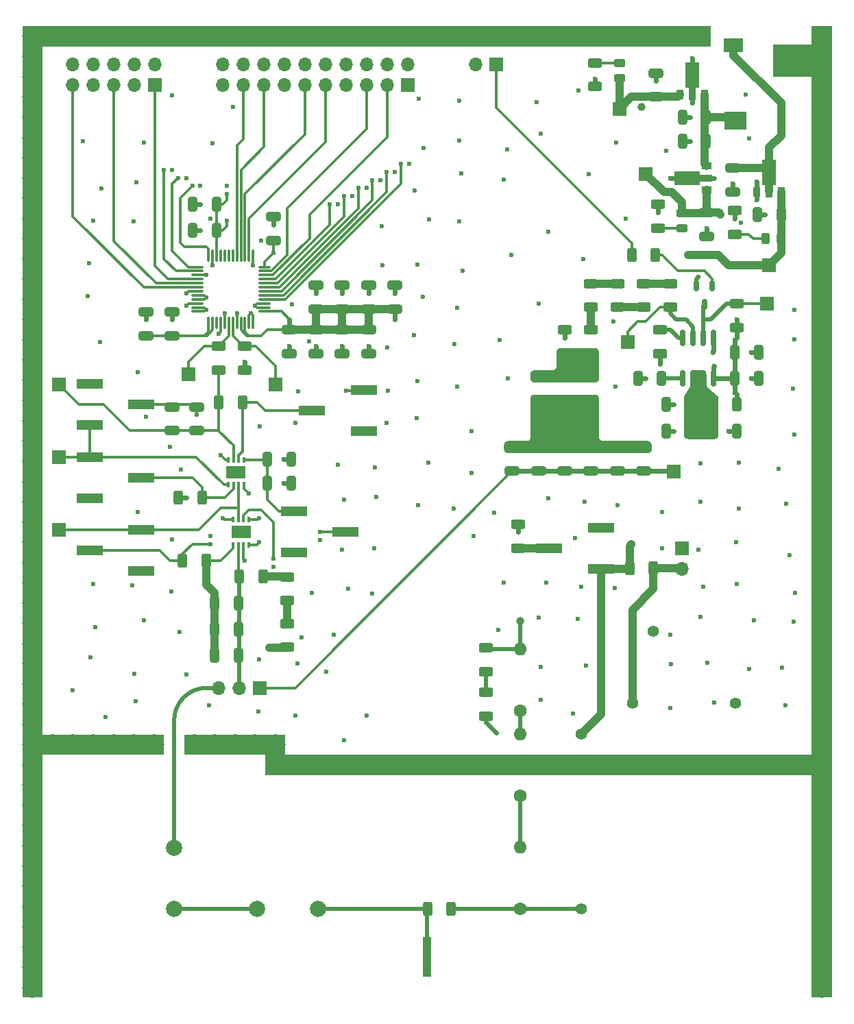
<source format=gbr>
%TF.GenerationSoftware,KiCad,Pcbnew,7.0.1*%
%TF.CreationDate,2023-04-12T20:57:28-06:00*%
%TF.ProjectId,Panoptes,50616e6f-7074-4657-932e-6b696361645f,3.0*%
%TF.SameCoordinates,PX16e3600PY1ba8140*%
%TF.FileFunction,Copper,L1,Top*%
%TF.FilePolarity,Positive*%
%FSLAX46Y46*%
G04 Gerber Fmt 4.6, Leading zero omitted, Abs format (unit mm)*
G04 Created by KiCad (PCBNEW 7.0.1) date 2023-04-12 20:57:28*
%MOMM*%
%LPD*%
G01*
G04 APERTURE LIST*
G04 Aperture macros list*
%AMRoundRect*
0 Rectangle with rounded corners*
0 $1 Rounding radius*
0 $2 $3 $4 $5 $6 $7 $8 $9 X,Y pos of 4 corners*
0 Add a 4 corners polygon primitive as box body*
4,1,4,$2,$3,$4,$5,$6,$7,$8,$9,$2,$3,0*
0 Add four circle primitives for the rounded corners*
1,1,$1+$1,$2,$3*
1,1,$1+$1,$4,$5*
1,1,$1+$1,$6,$7*
1,1,$1+$1,$8,$9*
0 Add four rect primitives between the rounded corners*
20,1,$1+$1,$2,$3,$4,$5,0*
20,1,$1+$1,$4,$5,$6,$7,0*
20,1,$1+$1,$6,$7,$8,$9,0*
20,1,$1+$1,$8,$9,$2,$3,0*%
%AMFreePoly0*
4,1,9,3.862500,-0.866500,0.737500,-0.866500,0.737500,-0.450000,-0.737500,-0.450000,-0.737500,0.450000,0.737500,0.450000,0.737500,0.866500,3.862500,0.866500,3.862500,-0.866500,3.862500,-0.866500,$1*%
G04 Aperture macros list end*
%TA.AperFunction,ComponentPad*%
%ADD10R,1.700000X1.700000*%
%TD*%
%TA.AperFunction,SMDPad,CuDef*%
%ADD11RoundRect,0.250000X0.650000X-0.325000X0.650000X0.325000X-0.650000X0.325000X-0.650000X-0.325000X0*%
%TD*%
%TA.AperFunction,SMDPad,CuDef*%
%ADD12R,3.300000X1.190000*%
%TD*%
%TA.AperFunction,SMDPad,CuDef*%
%ADD13RoundRect,0.250000X-0.650000X0.325000X-0.650000X-0.325000X0.650000X-0.325000X0.650000X0.325000X0*%
%TD*%
%TA.AperFunction,ComponentPad*%
%ADD14O,1.700000X1.700000*%
%TD*%
%TA.AperFunction,SMDPad,CuDef*%
%ADD15RoundRect,0.250000X0.625000X-0.312500X0.625000X0.312500X-0.625000X0.312500X-0.625000X-0.312500X0*%
%TD*%
%TA.AperFunction,SMDPad,CuDef*%
%ADD16RoundRect,0.243750X-0.456250X0.243750X-0.456250X-0.243750X0.456250X-0.243750X0.456250X0.243750X0*%
%TD*%
%TA.AperFunction,SMDPad,CuDef*%
%ADD17RoundRect,0.250000X0.312500X0.625000X-0.312500X0.625000X-0.312500X-0.625000X0.312500X-0.625000X0*%
%TD*%
%TA.AperFunction,SMDPad,CuDef*%
%ADD18RoundRect,0.250000X0.325000X0.650000X-0.325000X0.650000X-0.325000X-0.650000X0.325000X-0.650000X0*%
%TD*%
%TA.AperFunction,SMDPad,CuDef*%
%ADD19RoundRect,0.250000X-0.325000X-0.650000X0.325000X-0.650000X0.325000X0.650000X-0.325000X0.650000X0*%
%TD*%
%TA.AperFunction,SMDPad,CuDef*%
%ADD20R,1.300000X0.900000*%
%TD*%
%TA.AperFunction,SMDPad,CuDef*%
%ADD21FreePoly0,180.000000*%
%TD*%
%TA.AperFunction,ComponentPad*%
%ADD22C,1.600000*%
%TD*%
%TA.AperFunction,ComponentPad*%
%ADD23O,1.600000X1.600000*%
%TD*%
%TA.AperFunction,SMDPad,CuDef*%
%ADD24R,0.900000X1.300000*%
%TD*%
%TA.AperFunction,SMDPad,CuDef*%
%ADD25FreePoly0,90.000000*%
%TD*%
%TA.AperFunction,SMDPad,CuDef*%
%ADD26RoundRect,0.250000X-0.625000X0.312500X-0.625000X-0.312500X0.625000X-0.312500X0.625000X0.312500X0*%
%TD*%
%TA.AperFunction,SMDPad,CuDef*%
%ADD27R,1.000000X5.000000*%
%TD*%
%TA.AperFunction,SMDPad,CuDef*%
%ADD28RoundRect,0.243750X0.456250X-0.243750X0.456250X0.243750X-0.456250X0.243750X-0.456250X-0.243750X0*%
%TD*%
%TA.AperFunction,SMDPad,CuDef*%
%ADD29R,0.350000X0.650000*%
%TD*%
%TA.AperFunction,SMDPad,CuDef*%
%ADD30R,2.400000X1.550000*%
%TD*%
%TA.AperFunction,SMDPad,CuDef*%
%ADD31RoundRect,0.150000X-0.150000X0.825000X-0.150000X-0.825000X0.150000X-0.825000X0.150000X0.825000X0*%
%TD*%
%TA.AperFunction,SMDPad,CuDef*%
%ADD32RoundRect,0.250000X-0.312500X-0.625000X0.312500X-0.625000X0.312500X0.625000X-0.312500X0.625000X0*%
%TD*%
%TA.AperFunction,SMDPad,CuDef*%
%ADD33C,1.000000*%
%TD*%
%TA.AperFunction,ComponentPad*%
%ADD34C,2.000000*%
%TD*%
%TA.AperFunction,SMDPad,CuDef*%
%ADD35R,2.475000X1.800000*%
%TD*%
%TA.AperFunction,SMDPad,CuDef*%
%ADD36R,2.700000X2.300000*%
%TD*%
%TA.AperFunction,SMDPad,CuDef*%
%ADD37RoundRect,0.150000X-0.150000X0.512500X-0.150000X-0.512500X0.150000X-0.512500X0.150000X0.512500X0*%
%TD*%
%TA.AperFunction,SMDPad,CuDef*%
%ADD38RoundRect,0.243750X0.243750X0.456250X-0.243750X0.456250X-0.243750X-0.456250X0.243750X-0.456250X0*%
%TD*%
%TA.AperFunction,ComponentPad*%
%ADD39C,1.400000*%
%TD*%
%TA.AperFunction,SMDPad,CuDef*%
%ADD40RoundRect,0.075000X0.075000X-0.662500X0.075000X0.662500X-0.075000X0.662500X-0.075000X-0.662500X0*%
%TD*%
%TA.AperFunction,SMDPad,CuDef*%
%ADD41RoundRect,0.075000X0.662500X-0.075000X0.662500X0.075000X-0.662500X0.075000X-0.662500X-0.075000X0*%
%TD*%
%TA.AperFunction,ViaPad*%
%ADD42C,0.600000*%
%TD*%
%TA.AperFunction,ViaPad*%
%ADD43C,1.000000*%
%TD*%
%TA.AperFunction,ViaPad*%
%ADD44C,2.500000*%
%TD*%
%TA.AperFunction,Conductor*%
%ADD45C,0.300000*%
%TD*%
%TA.AperFunction,Conductor*%
%ADD46C,1.000000*%
%TD*%
%TA.AperFunction,Conductor*%
%ADD47C,0.600000*%
%TD*%
%TA.AperFunction,Conductor*%
%ADD48C,0.500000*%
%TD*%
G04 APERTURE END LIST*
D10*
%TO.P,TP13,1,1*%
%TO.N,/-IN*%
X31250000Y-44250000D03*
%TD*%
%TO.P,TP12,1,1*%
%TO.N,/A_out_3*%
X4500000Y-53250000D03*
%TD*%
%TO.P,TP9,1,1*%
%TO.N,/+IN*%
X20500000Y-43000000D03*
%TD*%
%TO.P,TP8,1,1*%
%TO.N,/NO*%
X80500000Y-55000000D03*
%TD*%
%TO.P,TP7,1,1*%
%TO.N,/B_out_4*%
X4500000Y-44250000D03*
%TD*%
%TO.P,TP6,1,1*%
%TO.N,/B_out_2*%
X4500000Y-62250000D03*
%TD*%
%TO.P,TP5,1,1*%
%TO.N,+5V*%
X77000000Y-18250000D03*
%TD*%
%TO.P,TP4,1,1*%
%TO.N,+3V3*%
X73750000Y-10250000D03*
%TD*%
%TO.P,TP3,1,1*%
%TO.N,-5V*%
X92250000Y-29500000D03*
%TD*%
%TO.P,TP2,1,1*%
%TO.N,/TR_pin*%
X92000000Y-34250000D03*
%TD*%
%TO.P,TP1,1,1*%
%TO.N,/Q_out*%
X74750000Y-39000000D03*
%TD*%
D11*
%TO.P,C2,1*%
%TO.N,GND*%
X39500000Y-40475000D03*
%TO.P,C2,2*%
%TO.N,+5V*%
X39500000Y-37525000D03*
%TD*%
D12*
%TO.P,RV3,1,1*%
%TO.N,Net-(U7B-B+)*%
X33550000Y-59960000D03*
%TO.P,RV3,2,2*%
%TO.N,Net-(C35-Pad2)*%
X39950000Y-62500000D03*
%TO.P,RV3,3,3*%
%TO.N,unconnected-(RV3-Pad3)*%
X33550000Y-65040000D03*
%TD*%
D13*
%TO.P,C26,1*%
%TO.N,-9V*%
X87750000Y-17525000D03*
%TO.P,C26,2*%
%TO.N,GND*%
X87750000Y-20475000D03*
%TD*%
D10*
%TO.P,J1,1,Pin_1*%
%TO.N,/~CONVST*%
X16410000Y-7290000D03*
D14*
%TO.P,J1,2,Pin_2*%
%TO.N,/BUSY*%
X16410000Y-4750000D03*
%TO.P,J1,3,Pin_3*%
%TO.N,GND*%
X13870000Y-7290000D03*
%TO.P,J1,4,Pin_4*%
X13870000Y-4750000D03*
%TO.P,J1,5,Pin_5*%
%TO.N,/~RD*%
X11330000Y-7290000D03*
%TO.P,J1,6,Pin_6*%
%TO.N,/~A_PWD*%
X11330000Y-4750000D03*
%TO.P,J1,7,Pin_7*%
%TO.N,GND*%
X8790000Y-7290000D03*
%TO.P,J1,8,Pin_8*%
X8790000Y-4750000D03*
%TO.P,J1,9,Pin_9*%
%TO.N,/~CS*%
X6250000Y-7290000D03*
%TO.P,J1,10,Pin_10*%
%TO.N,/~PWD_RST*%
X6250000Y-4750000D03*
%TD*%
D15*
%TO.P,R10,1*%
%TO.N,/Q_out*%
X80000000Y-34712500D03*
%TO.P,R10,2*%
%TO.N,Net-(R10-Pad2)*%
X80000000Y-31787500D03*
%TD*%
D16*
%TO.P,D2,1,K*%
%TO.N,Net-(D2-K)*%
X73750000Y-4562500D03*
%TO.P,D2,2,A*%
%TO.N,+3V3*%
X73750000Y-6437500D03*
%TD*%
D12*
%TO.P,RV1,1,1*%
%TO.N,unconnected-(RV1-Pad1)*%
X14700000Y-67290000D03*
%TO.P,RV1,2,2*%
%TO.N,/B-2*%
X8300000Y-64750000D03*
%TO.P,RV1,3,3*%
%TO.N,/B_out_2*%
X14700000Y-62210000D03*
%TD*%
D17*
%TO.P,R19,1*%
%TO.N,/A_out_1*%
X22712500Y-66000000D03*
%TO.P,R19,2*%
%TO.N,/B-2*%
X19787500Y-66000000D03*
%TD*%
D15*
%TO.P,R2,1*%
%TO.N,Net-(R11-Pad1)*%
X70250000Y-40462500D03*
%TO.P,R2,2*%
%TO.N,Net-(R1-Pad2)*%
X70250000Y-37537500D03*
%TD*%
D18*
%TO.P,C18,1*%
%TO.N,/CV*%
X78975000Y-43500000D03*
%TO.P,C18,2*%
%TO.N,GND*%
X76025000Y-43500000D03*
%TD*%
D19*
%TO.P,C23,1*%
%TO.N,/dis_thr*%
X85275000Y-50000000D03*
%TO.P,C23,2*%
%TO.N,GND*%
X88225000Y-50000000D03*
%TD*%
D13*
%TO.P,C22,1*%
%TO.N,GND*%
X36250000Y-32025000D03*
%TO.P,C22,2*%
%TO.N,+5V*%
X36250000Y-34975000D03*
%TD*%
D19*
%TO.P,C17,1*%
%TO.N,GND*%
X21025000Y-25250000D03*
%TO.P,C17,2*%
%TO.N,+3V3*%
X23975000Y-25250000D03*
%TD*%
D11*
%TO.P,C3,1*%
%TO.N,GND*%
X36250000Y-40475000D03*
%TO.P,C3,2*%
%TO.N,+5V*%
X36250000Y-37525000D03*
%TD*%
D20*
%TO.P,U5,1,OUT*%
%TO.N,+5V*%
X84500000Y-20250000D03*
D21*
%TO.P,U5,2,GND*%
%TO.N,GND*%
X84412500Y-18750000D03*
D20*
%TO.P,U5,3,IN*%
%TO.N,+9V*%
X84500000Y-17250000D03*
%TD*%
D15*
%TO.P,R6,1*%
%TO.N,+5V*%
X88250000Y-37212500D03*
%TO.P,R6,2*%
%TO.N,/TR_pin*%
X88250000Y-34287500D03*
%TD*%
D22*
%TO.P,R23,1*%
%TO.N,/HV*%
X61500000Y-109000000D03*
D23*
%TO.P,R23,2*%
%TO.N,Net-(R23-Pad2)*%
X61500000Y-101380000D03*
%TD*%
D24*
%TO.P,U3,1,GND*%
%TO.N,GND*%
X90750000Y-20450000D03*
D25*
%TO.P,U3,2,VI*%
%TO.N,-9V*%
X92250000Y-20362500D03*
D24*
%TO.P,U3,3,VO*%
%TO.N,-5V*%
X93750000Y-20450000D03*
%TD*%
D26*
%TO.P,R4,1*%
%TO.N,Net-(R11-Pad1)*%
X63750000Y-43287500D03*
%TO.P,R4,2*%
%TO.N,Net-(C10-Pad1)*%
X63750000Y-46212500D03*
%TD*%
D27*
%TO.P,J3,1,Pin_1*%
%TO.N,/Vbias*%
X50000000Y-115000000D03*
%TD*%
D28*
%TO.P,D3,1,K*%
%TO.N,Net-(D3-K)*%
X81500000Y-24937500D03*
%TO.P,D3,2,A*%
%TO.N,+5V*%
X81500000Y-23062500D03*
%TD*%
D12*
%TO.P,RV4,1,1*%
%TO.N,/A_out_3*%
X8300000Y-53210000D03*
%TO.P,RV4,2,2*%
%TO.N,Net-(U7A-A-)*%
X14700000Y-55750000D03*
%TO.P,RV4,3,3*%
%TO.N,unconnected-(RV4-Pad3)*%
X8300000Y-58290000D03*
%TD*%
D13*
%TO.P,C11,1*%
%TO.N,Net-(C10-Pad1)*%
X70250000Y-52025000D03*
%TO.P,C11,2*%
%TO.N,/NO*%
X70250000Y-54975000D03*
%TD*%
D26*
%TO.P,R7,1*%
%TO.N,Net-(R10-Pad2)*%
X76750000Y-31787500D03*
%TO.P,R7,2*%
%TO.N,Net-(R3-Pad1)*%
X76750000Y-34712500D03*
%TD*%
D10*
%TO.P,J5,1,Pin_1*%
%TO.N,+5V*%
X81500000Y-64475000D03*
D14*
%TO.P,J5,2,Pin_2*%
%TO.N,/HV_+5V*%
X81500000Y-67015000D03*
%TD*%
D15*
%TO.P,R17,1*%
%TO.N,/A_out_1*%
X32750000Y-76712500D03*
%TO.P,R17,2*%
%TO.N,Net-(R17-Pad2)*%
X32750000Y-73787500D03*
%TD*%
D26*
%TO.P,R11,1*%
%TO.N,Net-(R11-Pad1)*%
X70250000Y-43287500D03*
%TO.P,R11,2*%
%TO.N,Net-(C10-Pad1)*%
X70250000Y-46212500D03*
%TD*%
D17*
%TO.P,R22,1*%
%TO.N,/HV_+5V*%
X77962500Y-67000000D03*
%TO.P,R22,2*%
%TO.N,/Vprogram*%
X75037500Y-67000000D03*
%TD*%
D29*
%TO.P,U6,1*%
%TO.N,/A_out_1*%
X26025000Y-64050000D03*
%TO.P,U6,2,A-*%
%TO.N,/COM*%
X26675000Y-64050000D03*
%TO.P,U6,3,A+*%
%TO.N,GND*%
X27325000Y-64050000D03*
%TO.P,U6,4,V-*%
%TO.N,-5V*%
X27975000Y-64050000D03*
%TO.P,U6,5,B+*%
%TO.N,GND*%
X27975000Y-60950000D03*
%TO.P,U6,6,B-*%
%TO.N,/B-2*%
X27325000Y-60950000D03*
%TO.P,U6,7*%
%TO.N,/B_out_2*%
X26675000Y-60950000D03*
%TO.P,U6,8,V+*%
%TO.N,+5V*%
X26025000Y-60950000D03*
D30*
%TO.P,U6,9*%
%TO.N,N/C*%
X27000000Y-62500000D03*
%TD*%
D19*
%TO.P,C33,1*%
%TO.N,/A_out_1*%
X23775000Y-71250000D03*
%TO.P,C33,2*%
%TO.N,/COM*%
X26725000Y-71250000D03*
%TD*%
D22*
%TO.P,R25,1*%
%TO.N,Net-(R24-Pad2)*%
X61500000Y-84560000D03*
D23*
%TO.P,R25,2*%
%TO.N,Net-(R25-Pad2)*%
X61500000Y-76940000D03*
%TD*%
D15*
%TO.P,R30,1*%
%TO.N,Net-(R29-Pad2)*%
X57250000Y-79712500D03*
%TO.P,R30,2*%
%TO.N,Net-(R25-Pad2)*%
X57250000Y-76787500D03*
%TD*%
D31*
%TO.P,U1,1,GND*%
%TO.N,GND*%
X85405000Y-38525000D03*
%TO.P,U1,2,TR*%
%TO.N,/TR_pin*%
X84135000Y-38525000D03*
%TO.P,U1,3,Q*%
%TO.N,/Q_out*%
X82865000Y-38525000D03*
%TO.P,U1,4,R*%
%TO.N,/~R*%
X81595000Y-38525000D03*
%TO.P,U1,5,CV*%
%TO.N,/CV*%
X81595000Y-43475000D03*
%TO.P,U1,6,THR*%
%TO.N,/dis_thr*%
X82865000Y-43475000D03*
%TO.P,U1,7,DIS*%
X84135000Y-43475000D03*
%TO.P,U1,8,VCC*%
%TO.N,+5V*%
X85405000Y-43475000D03*
%TD*%
D13*
%TO.P,C12,1*%
%TO.N,Net-(C10-Pad1)*%
X67000000Y-52025000D03*
%TO.P,C12,2*%
%TO.N,/NO*%
X67000000Y-54975000D03*
%TD*%
D32*
%TO.P,R20,1*%
%TO.N,/COM*%
X26787500Y-68000000D03*
%TO.P,R20,2*%
%TO.N,Net-(R18-Pad1)*%
X29712500Y-68000000D03*
%TD*%
D26*
%TO.P,R1,1*%
%TO.N,Net-(R1-Pad1)*%
X70250000Y-31787500D03*
%TO.P,R1,2*%
%TO.N,Net-(R1-Pad2)*%
X70250000Y-34712500D03*
%TD*%
D33*
%TO.P,TP10,1,1*%
%TO.N,Net-(R25-Pad2)*%
X61500000Y-73500000D03*
%TD*%
D12*
%TO.P,RV2,1,1*%
%TO.N,unconnected-(RV2-Pad1)*%
X8300000Y-44210000D03*
%TO.P,RV2,2,2*%
%TO.N,Net-(C35-Pad2)*%
X14700000Y-46750000D03*
%TO.P,RV2,3,3*%
%TO.N,/A_out_3*%
X8300000Y-49290000D03*
%TD*%
%TO.P,RV5,1,1*%
%TO.N,/Vprogram*%
X71450000Y-67040000D03*
%TO.P,RV5,2,2*%
%TO.N,Net-(R32-Pad2)*%
X65050000Y-64500000D03*
%TO.P,RV5,3,3*%
%TO.N,unconnected-(RV5-Pad3)*%
X71450000Y-61960000D03*
%TD*%
D18*
%TO.P,C30,1*%
%TO.N,+9V*%
X84475000Y-14250000D03*
%TO.P,C30,2*%
%TO.N,GND*%
X81525000Y-14250000D03*
%TD*%
D22*
%TO.P,R24,1*%
%TO.N,Net-(R23-Pad2)*%
X61500000Y-95060000D03*
D23*
%TO.P,R24,2*%
%TO.N,Net-(R24-Pad2)*%
X61500000Y-87440000D03*
%TD*%
D17*
%TO.P,R26,1*%
%TO.N,Net-(U7B-B-)*%
X27212500Y-46500000D03*
%TO.P,R26,2*%
%TO.N,/B_out_4*%
X24287500Y-46500000D03*
%TD*%
D12*
%TO.P,RV6,1,1*%
%TO.N,unconnected-(RV6-Pad1)*%
X42200000Y-50040000D03*
%TO.P,RV6,2,2*%
%TO.N,Net-(U7B-B-)*%
X35800000Y-47500000D03*
%TO.P,RV6,3,3*%
%TO.N,GND*%
X42200000Y-44960000D03*
%TD*%
D18*
%TO.P,C24,1*%
%TO.N,/dis_thr*%
X82475000Y-46750000D03*
%TO.P,C24,2*%
%TO.N,GND*%
X79525000Y-46750000D03*
%TD*%
D26*
%TO.P,R32,1*%
%TO.N,GND*%
X61250000Y-61537500D03*
%TO.P,R32,2*%
%TO.N,Net-(R32-Pad2)*%
X61250000Y-64462500D03*
%TD*%
%TO.P,R16,1*%
%TO.N,GND*%
X78500000Y-22037500D03*
%TO.P,R16,2*%
%TO.N,Net-(D3-K)*%
X78500000Y-24962500D03*
%TD*%
D11*
%TO.P,C31,1*%
%TO.N,GND*%
X84500000Y-25975000D03*
%TO.P,C31,2*%
%TO.N,+5V*%
X84500000Y-23025000D03*
%TD*%
D34*
%TO.P,C36,1*%
%TO.N,/Vbias*%
X36500000Y-109000000D03*
%TO.P,C36,2*%
%TO.N,Net-(C36-Pad2)*%
X29000000Y-109000000D03*
%TD*%
D26*
%TO.P,R18,1*%
%TO.N,Net-(R18-Pad1)*%
X32750000Y-68037500D03*
%TO.P,R18,2*%
%TO.N,Net-(R17-Pad2)*%
X32750000Y-70962500D03*
%TD*%
D19*
%TO.P,C27,1*%
%TO.N,GND*%
X90775000Y-23250000D03*
%TO.P,C27,2*%
%TO.N,-5V*%
X93725000Y-23250000D03*
%TD*%
D13*
%TO.P,C9,1*%
%TO.N,Net-(C10-Pad1)*%
X76750000Y-52025000D03*
%TO.P,C9,2*%
%TO.N,/NO*%
X76750000Y-54975000D03*
%TD*%
D32*
%TO.P,R21,1*%
%TO.N,/Vbias*%
X50037500Y-109000000D03*
%TO.P,R21,2*%
%TO.N,/HV*%
X52962500Y-109000000D03*
%TD*%
D13*
%TO.P,C20,1*%
%TO.N,GND*%
X42750000Y-32025000D03*
%TO.P,C20,2*%
%TO.N,+5V*%
X42750000Y-34975000D03*
%TD*%
D15*
%TO.P,R3,1*%
%TO.N,Net-(R3-Pad1)*%
X73500000Y-34712500D03*
%TO.P,R3,2*%
%TO.N,Net-(R1-Pad1)*%
X73500000Y-31787500D03*
%TD*%
D29*
%TO.P,U7,1*%
%TO.N,/A_out_3*%
X25425000Y-56662500D03*
%TO.P,U7,2,A-*%
%TO.N,Net-(U7A-A-)*%
X26075000Y-56662500D03*
%TO.P,U7,3,A+*%
%TO.N,/B_out_2*%
X26725000Y-56662500D03*
%TO.P,U7,4,V-*%
%TO.N,-5V*%
X27375000Y-56662500D03*
%TO.P,U7,5,B+*%
%TO.N,Net-(U7B-B+)*%
X27375000Y-53562500D03*
%TO.P,U7,6,B-*%
%TO.N,Net-(U7B-B-)*%
X26725000Y-53562500D03*
%TO.P,U7,7*%
%TO.N,/B_out_4*%
X26075000Y-53562500D03*
%TO.P,U7,8,V+*%
%TO.N,+5V*%
X25425000Y-53562500D03*
D30*
%TO.P,U7,9*%
%TO.N,N/C*%
X26400000Y-55112500D03*
%TD*%
D13*
%TO.P,C8,1*%
%TO.N,GND*%
X18500000Y-35275000D03*
%TO.P,C8,2*%
%TO.N,/REF*%
X18500000Y-38225000D03*
%TD*%
D35*
%TO.P,J7,1,Pin_1*%
%TO.N,-9V*%
X87837500Y-2400000D03*
D36*
%TO.P,J7,2,Pin_2*%
%TO.N,+9V*%
X88050000Y-11700000D03*
D35*
%TO.P,J7,3,Pin_3*%
%TO.N,GND*%
X95162500Y-4300000D03*
%TD*%
D37*
%TO.P,Q1,1,B*%
%TO.N,Net-(Q1-B)*%
X85200000Y-32112500D03*
%TO.P,Q1,2,E*%
%TO.N,GND*%
X83300000Y-32112500D03*
%TO.P,Q1,3,C*%
%TO.N,/TR_pin*%
X84250000Y-34387500D03*
%TD*%
D15*
%TO.P,R29,1*%
%TO.N,GND*%
X57250000Y-85212500D03*
%TO.P,R29,2*%
%TO.N,Net-(R29-Pad2)*%
X57250000Y-82287500D03*
%TD*%
D34*
%TO.P,C37,1*%
%TO.N,Net-(C36-Pad2)*%
X18750000Y-109000000D03*
%TO.P,C37,2*%
%TO.N,/NC*%
X18750000Y-101500000D03*
%TD*%
D10*
%TO.P,J2,1,Pin_1*%
%TO.N,GND*%
X47610000Y-7290000D03*
D14*
%TO.P,J2,2,Pin_2*%
X47610000Y-4750000D03*
%TO.P,J2,3,Pin_3*%
%TO.N,/DB5*%
X45070000Y-7290000D03*
%TO.P,J2,4,Pin_4*%
%TO.N,/DB11*%
X45070000Y-4750000D03*
%TO.P,J2,5,Pin_5*%
%TO.N,/DB4*%
X42530000Y-7290000D03*
%TO.P,J2,6,Pin_6*%
%TO.N,/DB10*%
X42530000Y-4750000D03*
%TO.P,J2,7,Pin_7*%
%TO.N,GND*%
X39990000Y-7290000D03*
%TO.P,J2,8,Pin_8*%
X39990000Y-4750000D03*
%TO.P,J2,9,Pin_9*%
%TO.N,/DB3*%
X37450000Y-7290000D03*
%TO.P,J2,10,Pin_10*%
%TO.N,/DB9*%
X37450000Y-4750000D03*
%TO.P,J2,11,Pin_11*%
%TO.N,/DB2*%
X34910000Y-7290000D03*
%TO.P,J2,12,Pin_12*%
%TO.N,/DB8*%
X34910000Y-4750000D03*
%TO.P,J2,13,Pin_13*%
%TO.N,GND*%
X32370000Y-7290000D03*
%TO.P,J2,14,Pin_14*%
X32370000Y-4750000D03*
%TO.P,J2,15,Pin_15*%
%TO.N,/DB1*%
X29830000Y-7290000D03*
%TO.P,J2,16,Pin_16*%
%TO.N,/DB7*%
X29830000Y-4750000D03*
%TO.P,J2,17,Pin_17*%
%TO.N,/DB0*%
X27290000Y-7290000D03*
%TO.P,J2,18,Pin_18*%
%TO.N,/DB6*%
X27290000Y-4750000D03*
%TO.P,J2,19,Pin_19*%
%TO.N,GND*%
X24750000Y-7290000D03*
%TO.P,J2,20,Pin_20*%
X24750000Y-4750000D03*
%TD*%
D13*
%TO.P,C7,1*%
%TO.N,GND*%
X15250000Y-35275000D03*
%TO.P,C7,2*%
%TO.N,/REF*%
X15250000Y-38225000D03*
%TD*%
D33*
%TO.P,TP11,1,1*%
%TO.N,/Vprogram*%
X75250000Y-64000000D03*
%TD*%
D26*
%TO.P,R14,1*%
%TO.N,GND*%
X88000000Y-22787500D03*
%TO.P,R14,2*%
%TO.N,Net-(D1-A)*%
X88000000Y-25712500D03*
%TD*%
D15*
%TO.P,R15,1*%
%TO.N,GND*%
X70750000Y-7462500D03*
%TO.P,R15,2*%
%TO.N,Net-(D2-K)*%
X70750000Y-4537500D03*
%TD*%
D10*
%TO.P,J4,1,Pin_1*%
%TO.N,/NO*%
X29290000Y-81750000D03*
D14*
%TO.P,J4,2,Pin_2*%
%TO.N,/COM*%
X26750000Y-81750000D03*
%TO.P,J4,3,Pin_3*%
%TO.N,/NC*%
X24210000Y-81750000D03*
%TD*%
D13*
%TO.P,C14,1*%
%TO.N,Net-(C10-Pad1)*%
X60500000Y-52025000D03*
%TO.P,C14,2*%
%TO.N,/NO*%
X60500000Y-54975000D03*
%TD*%
%TO.P,C29,1*%
%TO.N,GND*%
X78250000Y-5800000D03*
%TO.P,C29,2*%
%TO.N,+3V3*%
X78250000Y-8750000D03*
%TD*%
D32*
%TO.P,R13,1*%
%TO.N,/TR*%
X75287500Y-28250000D03*
%TO.P,R13,2*%
%TO.N,Net-(Q1-B)*%
X78212500Y-28250000D03*
%TD*%
D24*
%TO.P,U4,1,OUT*%
%TO.N,+3V3*%
X81250000Y-8450000D03*
D25*
%TO.P,U4,2,GND*%
%TO.N,GND*%
X82750000Y-8362500D03*
D24*
%TO.P,U4,3,IN*%
%TO.N,+9V*%
X84250000Y-8450000D03*
%TD*%
D19*
%TO.P,C32,1*%
%TO.N,/A_out_1*%
X23775000Y-77750000D03*
%TO.P,C32,2*%
%TO.N,/COM*%
X26725000Y-77750000D03*
%TD*%
D18*
%TO.P,C25,1*%
%TO.N,/dis_thr*%
X82475000Y-50000000D03*
%TO.P,C25,2*%
%TO.N,GND*%
X79525000Y-50000000D03*
%TD*%
D26*
%TO.P,R12,1*%
%TO.N,GND*%
X67000000Y-37537500D03*
%TO.P,R12,2*%
%TO.N,Net-(R11-Pad1)*%
X67000000Y-40462500D03*
%TD*%
D13*
%TO.P,C21,1*%
%TO.N,GND*%
X39500000Y-32025000D03*
%TO.P,C21,2*%
%TO.N,+5V*%
X39500000Y-34975000D03*
%TD*%
D11*
%TO.P,C38,1*%
%TO.N,/B_out_4*%
X18500000Y-49975000D03*
%TO.P,C38,2*%
%TO.N,Net-(C35-Pad2)*%
X18500000Y-47025000D03*
%TD*%
D38*
%TO.P,D1,1,K*%
%TO.N,-5V*%
X93687500Y-26250000D03*
%TO.P,D1,2,A*%
%TO.N,Net-(D1-A)*%
X91812500Y-26250000D03*
%TD*%
D39*
%TO.P,U8,1,Vcc*%
%TO.N,/HV_+5V*%
X75350000Y-83600000D03*
%TO.P,U8,2,GND*%
%TO.N,GND*%
X88050000Y-83600000D03*
%TO.P,U8,3,Vprogram*%
%TO.N,/Vprogram*%
X69000000Y-87410000D03*
%TO.P,U8,4,HV*%
%TO.N,/HV*%
X69000000Y-109000000D03*
%TO.P,U8,5,Case_GND*%
%TO.N,GND*%
X77890000Y-74710000D03*
%TD*%
D18*
%TO.P,C5,1*%
%TO.N,GND*%
X90975000Y-43500000D03*
%TO.P,C5,2*%
%TO.N,+5V*%
X88025000Y-43500000D03*
%TD*%
D13*
%TO.P,C10,1*%
%TO.N,Net-(C10-Pad1)*%
X73500000Y-52025000D03*
%TO.P,C10,2*%
%TO.N,/NO*%
X73500000Y-54975000D03*
%TD*%
D11*
%TO.P,C35,1*%
%TO.N,/B_out_4*%
X21500000Y-49975000D03*
%TO.P,C35,2*%
%TO.N,Net-(C35-Pad2)*%
X21500000Y-47025000D03*
%TD*%
D19*
%TO.P,C15,1*%
%TO.N,GND*%
X21025000Y-22000000D03*
%TO.P,C15,2*%
%TO.N,+3V3*%
X23975000Y-22000000D03*
%TD*%
D17*
%TO.P,R8,1*%
%TO.N,+5V*%
X88212500Y-46750000D03*
%TO.P,R8,2*%
%TO.N,/dis_thr*%
X85287500Y-46750000D03*
%TD*%
D13*
%TO.P,C19,1*%
%TO.N,GND*%
X46000000Y-32025000D03*
%TO.P,C19,2*%
%TO.N,+5V*%
X46000000Y-34975000D03*
%TD*%
D10*
%TO.P,J6,1,Pin_1*%
%TO.N,/TR*%
X58540000Y-4750000D03*
D14*
%TO.P,J6,2,Pin_2*%
%TO.N,GND*%
X56000000Y-4750000D03*
%TD*%
D18*
%TO.P,C28,1*%
%TO.N,+9V*%
X84475000Y-11250000D03*
%TO.P,C28,2*%
%TO.N,GND*%
X81525000Y-11250000D03*
%TD*%
D19*
%TO.P,C34,1*%
%TO.N,/A_out_1*%
X23775000Y-74500000D03*
%TO.P,C34,2*%
%TO.N,/COM*%
X26725000Y-74500000D03*
%TD*%
D15*
%TO.P,R5,1*%
%TO.N,+5V*%
X78750000Y-40462500D03*
%TO.P,R5,2*%
%TO.N,/~R*%
X78750000Y-37537500D03*
%TD*%
D19*
%TO.P,C40,1*%
%TO.N,Net-(U7B-B+)*%
X30275000Y-56500000D03*
%TO.P,C40,2*%
%TO.N,GND*%
X33225000Y-56500000D03*
%TD*%
%TO.P,C39,1*%
%TO.N,Net-(U7B-B+)*%
X30275000Y-53500000D03*
%TO.P,C39,2*%
%TO.N,GND*%
X33225000Y-53500000D03*
%TD*%
D11*
%TO.P,C4,1*%
%TO.N,GND*%
X33000000Y-40475000D03*
%TO.P,C4,2*%
%TO.N,+5V*%
X33000000Y-37525000D03*
%TD*%
D32*
%TO.P,R31,1*%
%TO.N,GND*%
X19287500Y-58250000D03*
%TO.P,R31,2*%
%TO.N,Net-(U7A-A-)*%
X22212500Y-58250000D03*
%TD*%
D13*
%TO.P,C13,1*%
%TO.N,Net-(C10-Pad1)*%
X63750000Y-52025000D03*
%TO.P,C13,2*%
%TO.N,/NO*%
X63750000Y-54975000D03*
%TD*%
D26*
%TO.P,R9,1*%
%TO.N,Net-(R11-Pad1)*%
X67000000Y-43287500D03*
%TO.P,R9,2*%
%TO.N,Net-(C10-Pad1)*%
X67000000Y-46212500D03*
%TD*%
%TO.P,R28,1*%
%TO.N,/-IN*%
X27500000Y-39537500D03*
%TO.P,R28,2*%
%TO.N,GND*%
X27500000Y-42462500D03*
%TD*%
%TO.P,R27,1*%
%TO.N,/+IN*%
X24250000Y-39537500D03*
%TO.P,R27,2*%
%TO.N,/B_out_4*%
X24250000Y-42462500D03*
%TD*%
D13*
%TO.P,C16,1*%
%TO.N,GND*%
X31000000Y-23525000D03*
%TO.P,C16,2*%
%TO.N,+3V3*%
X31000000Y-26475000D03*
%TD*%
D40*
%TO.P,U2,1,REFIN*%
%TO.N,/REF*%
X23000000Y-36662500D03*
%TO.P,U2,2,REFOUT*%
X23500000Y-36662500D03*
%TO.P,U2,3,NC*%
%TO.N,unconnected-(U2-NC-Pad3)*%
X24000000Y-36662500D03*
%TO.P,U2,4,+VA*%
%TO.N,+5V*%
X24500000Y-36662500D03*
%TO.P,U2,5,AGND*%
%TO.N,GND*%
X25000000Y-36662500D03*
%TO.P,U2,6,+IN*%
%TO.N,/+IN*%
X25500000Y-36662500D03*
%TO.P,U2,7,-IN*%
%TO.N,/-IN*%
X26000000Y-36662500D03*
%TO.P,U2,8,AGND*%
%TO.N,GND*%
X26500000Y-36662500D03*
%TO.P,U2,9,+VA*%
%TO.N,+5V*%
X27000000Y-36662500D03*
%TO.P,U2,10,+VA*%
X27500000Y-36662500D03*
%TO.P,U2,11,AGND*%
%TO.N,GND*%
X28000000Y-36662500D03*
%TO.P,U2,12,AGND*%
X28500000Y-36662500D03*
D41*
%TO.P,U2,13,+VA*%
%TO.N,+5V*%
X29912500Y-35250000D03*
%TO.P,U2,14,AGND*%
%TO.N,GND*%
X29912500Y-34750000D03*
%TO.P,U2,15,AGND*%
X29912500Y-34250000D03*
%TO.P,U2,16,DB11*%
%TO.N,/DB11*%
X29912500Y-33750000D03*
%TO.P,U2,17,DB10*%
%TO.N,/DB10*%
X29912500Y-33250000D03*
%TO.P,U2,18,DB9*%
%TO.N,/DB9*%
X29912500Y-32750000D03*
%TO.P,U2,19,DB8*%
%TO.N,/DB8*%
X29912500Y-32250000D03*
%TO.P,U2,20,DB7*%
%TO.N,/DB7*%
X29912500Y-31750000D03*
%TO.P,U2,21,DB6*%
%TO.N,/DB6*%
X29912500Y-31250000D03*
%TO.P,U2,22,DB5*%
%TO.N,/DB5*%
X29912500Y-30750000D03*
%TO.P,U2,23,DB4*%
%TO.N,/DB4*%
X29912500Y-30250000D03*
%TO.P,U2,24,+VDB*%
%TO.N,+3V3*%
X29912500Y-29750000D03*
D40*
%TO.P,U2,25,DBGND*%
%TO.N,GND*%
X28500000Y-28337500D03*
%TO.P,U2,26,DB3*%
%TO.N,/DB3*%
X28000000Y-28337500D03*
%TO.P,U2,27,DB2*%
%TO.N,/DB2*%
X27500000Y-28337500D03*
%TO.P,U2,28,DB1*%
%TO.N,/DB1*%
X27000000Y-28337500D03*
%TO.P,U2,29,DB0*%
%TO.N,/DB0*%
X26500000Y-28337500D03*
%TO.P,U2,30,NC*%
%TO.N,unconnected-(U2-NC-Pad30)*%
X26000000Y-28337500D03*
%TO.P,U2,31,NC*%
%TO.N,unconnected-(U2-NC-Pad31)*%
X25500000Y-28337500D03*
%TO.P,U2,32,NC*%
%TO.N,unconnected-(U2-NC-Pad32)*%
X25000000Y-28337500D03*
%TO.P,U2,33,NC*%
%TO.N,unconnected-(U2-NC-Pad33)*%
X24500000Y-28337500D03*
%TO.P,U2,34,+VDB*%
%TO.N,+3V3*%
X24000000Y-28337500D03*
%TO.P,U2,35,DBGND*%
%TO.N,GND*%
X23500000Y-28337500D03*
%TO.P,U2,36,BUSY*%
%TO.N,/BUSY*%
X23000000Y-28337500D03*
D41*
%TO.P,U2,37,~A_PWD*%
%TO.N,/~A_PWD*%
X21587500Y-29750000D03*
%TO.P,U2,38,~PWD_RST*%
%TO.N,/~PWD_RST*%
X21587500Y-30250000D03*
%TO.P,U2,39,BYTE*%
%TO.N,GND*%
X21587500Y-30750000D03*
%TO.P,U2,40,~CONVST*%
%TO.N,/~CONVST*%
X21587500Y-31250000D03*
%TO.P,U2,41,~RD*%
%TO.N,/~RD*%
X21587500Y-31750000D03*
%TO.P,U2,42,~CS*%
%TO.N,/~CS*%
X21587500Y-32250000D03*
%TO.P,U2,43,+VA*%
%TO.N,+5V*%
X21587500Y-32750000D03*
%TO.P,U2,44,AGND*%
%TO.N,GND*%
X21587500Y-33250000D03*
%TO.P,U2,45,AGND*%
X21587500Y-33750000D03*
%TO.P,U2,46,+VA*%
%TO.N,+5V*%
X21587500Y-34250000D03*
%TO.P,U2,47,REFM*%
%TO.N,GND*%
X21587500Y-34750000D03*
%TO.P,U2,48,REFM*%
X21587500Y-35250000D03*
%TD*%
D11*
%TO.P,C1,1*%
%TO.N,GND*%
X42750000Y-40475000D03*
%TO.P,C1,2*%
%TO.N,+5V*%
X42750000Y-37525000D03*
%TD*%
D18*
%TO.P,C6,1*%
%TO.N,GND*%
X90975000Y-40250000D03*
%TO.P,C6,2*%
%TO.N,+5V*%
X88025000Y-40250000D03*
%TD*%
D42*
%TO.N,+5V*%
X33000000Y-36250000D03*
X36250000Y-36250000D03*
X39500000Y-36250000D03*
X20250000Y-34500000D03*
X46000000Y-36250000D03*
D43*
X86250000Y-23250000D03*
D42*
X85500000Y-42000000D03*
X24500000Y-53000000D03*
X88000000Y-38750000D03*
X88000000Y-45250000D03*
X88250000Y-36250000D03*
X24250000Y-38000000D03*
X78750000Y-41750000D03*
X42750000Y-36250000D03*
X24750000Y-60750000D03*
X88000000Y-42000000D03*
X20250000Y-33000000D03*
D44*
%TO.N,GND*%
X98750000Y-91250000D03*
D42*
X64963729Y-58288816D03*
X22000000Y-22000000D03*
X93801897Y-79242662D03*
D44*
X38750000Y-91250000D03*
D42*
X53400189Y-39312710D03*
D44*
X1250000Y-31250000D03*
X1250000Y-46250000D03*
X98750000Y-26250000D03*
D42*
X8107856Y-33349617D03*
X20250000Y-18750000D03*
X94250000Y-2750000D03*
D44*
X8750000Y-1250000D03*
X1250000Y-6250000D03*
X58750000Y-91250000D03*
X98750000Y-8750000D03*
D42*
X64000000Y-83250000D03*
X53998219Y-14165263D03*
D44*
X98750000Y-58750000D03*
D42*
X15250000Y-36250000D03*
X13988373Y-83391909D03*
X53730180Y-34750000D03*
X23250000Y-63000000D03*
D44*
X98750000Y-63750000D03*
D42*
X49000000Y-9000000D03*
X42750000Y-39500000D03*
D44*
X98750000Y-76250000D03*
X1250000Y-8750000D03*
D42*
X90000000Y-40250000D03*
D44*
X98750000Y-116250000D03*
D42*
X40750000Y-21000000D03*
X9578688Y-38977614D03*
X69500000Y-58750000D03*
D44*
X98750000Y-103750000D03*
D42*
X82750000Y-4000000D03*
X63750000Y-34250000D03*
X20250000Y-58250000D03*
X39000000Y-22000000D03*
D44*
X1250000Y-76250000D03*
X1250000Y-96250000D03*
D42*
X23500000Y-14500000D03*
D44*
X41250000Y-1250000D03*
D42*
X48388564Y-38165903D03*
D44*
X1250000Y-16250000D03*
D42*
X43705042Y-58160820D03*
X22750000Y-35000000D03*
X44405333Y-24704136D03*
X14044532Y-19312820D03*
D44*
X56250000Y-1250000D03*
D42*
X9023117Y-74227190D03*
D44*
X38750000Y-1250000D03*
X26250000Y-88750000D03*
X83750000Y-91250000D03*
D42*
X84090635Y-69250000D03*
X36750000Y-63500000D03*
D44*
X13750000Y-88750000D03*
D42*
X96250000Y-5750000D03*
D44*
X1250000Y-111250000D03*
D42*
X90750000Y-19200000D03*
D44*
X1250000Y-71250000D03*
D42*
X73211174Y-69447755D03*
X29364781Y-49393239D03*
X48906489Y-59193586D03*
D44*
X98750000Y-36250000D03*
X98750000Y-16250000D03*
D42*
X58290408Y-60122951D03*
D44*
X51250000Y-1250000D03*
D42*
X64000000Y-79139733D03*
X15250000Y-48250000D03*
D44*
X1250000Y-101250000D03*
X98750000Y-93750000D03*
X3750000Y-88750000D03*
D42*
X79000000Y-64500000D03*
D44*
X93750000Y-91250000D03*
X21250000Y-88750000D03*
X1250000Y-108750000D03*
X28750000Y-1250000D03*
D42*
X22000000Y-25250000D03*
D44*
X53750000Y-91250000D03*
X1250000Y-11250000D03*
D42*
X90750000Y-21500000D03*
D44*
X1250000Y-93750000D03*
D42*
X94250000Y-5750000D03*
D44*
X8750000Y-88750000D03*
X71250000Y-91250000D03*
D42*
X88000000Y-23750000D03*
X53267639Y-59559274D03*
D44*
X98750000Y-118750000D03*
D42*
X95465014Y-70036489D03*
D44*
X98750000Y-106250000D03*
D42*
X18496580Y-8577239D03*
D44*
X3750000Y-1250000D03*
D42*
X74500000Y-23750000D03*
X69661383Y-78965944D03*
D44*
X1250000Y-43750000D03*
D42*
X39750000Y-58500000D03*
X83503566Y-64647520D03*
X93434157Y-54655123D03*
X69000000Y-69276547D03*
D44*
X81250000Y-1250000D03*
D42*
X59953624Y-43519889D03*
X40000000Y-45000000D03*
X88486235Y-53913981D03*
D44*
X1250000Y-48750000D03*
D42*
X82750000Y-9500000D03*
D44*
X1250000Y-28750000D03*
D42*
X32250000Y-53500000D03*
X94241603Y-83890691D03*
D44*
X1250000Y-56250000D03*
X1250000Y-73750000D03*
D42*
X68675618Y-7965373D03*
D44*
X98750000Y-21250000D03*
X98750000Y-1250000D03*
X1250000Y-68750000D03*
X98750000Y-13750000D03*
D42*
X18459556Y-63388399D03*
D44*
X1250000Y-98750000D03*
D42*
X68636099Y-73265823D03*
X32250000Y-56500000D03*
X87250000Y-50000000D03*
X31000000Y-66750000D03*
D44*
X98750000Y-68750000D03*
D42*
X85500000Y-18750000D03*
D44*
X71250000Y-1250000D03*
X63750000Y-1250000D03*
D43*
X76500000Y-10000000D03*
D44*
X1250000Y-83750000D03*
D42*
X15000000Y-14379986D03*
X93250000Y-4750000D03*
X67000000Y-38500000D03*
X93250000Y-2750000D03*
X18250000Y-52000000D03*
D44*
X56250000Y-91250000D03*
D42*
X13554706Y-69113225D03*
D44*
X98750000Y-33750000D03*
D42*
X88542155Y-59575113D03*
D44*
X1250000Y-58750000D03*
X1250000Y-66250000D03*
X13750000Y-1250000D03*
X1250000Y-1250000D03*
D42*
X82500000Y-11250000D03*
D44*
X1250000Y-113750000D03*
D42*
X39500000Y-39500000D03*
D44*
X83750000Y-1250000D03*
D42*
X87750000Y-19450000D03*
D44*
X98750000Y-23750000D03*
D42*
X8382683Y-78006511D03*
D44*
X98750000Y-78750000D03*
D42*
X8747109Y-68915959D03*
X50280373Y-23877282D03*
D44*
X96250000Y-91250000D03*
D42*
X61250000Y-62500000D03*
X68000141Y-84931860D03*
D44*
X98750000Y-101250000D03*
X1250000Y-51250000D03*
D42*
X80032457Y-84223516D03*
D44*
X31250000Y-88750000D03*
D42*
X42500000Y-20000000D03*
D44*
X1250000Y-18750000D03*
D42*
X95348706Y-50424257D03*
X58500000Y-87250000D03*
D44*
X1250000Y-26250000D03*
X46250000Y-1250000D03*
X76250000Y-1250000D03*
D42*
X45000000Y-49000000D03*
D44*
X33750000Y-91250000D03*
D42*
X94359422Y-58967722D03*
D44*
X98750000Y-96250000D03*
D42*
X64985320Y-25417079D03*
X39500000Y-33000000D03*
X22750000Y-33500000D03*
X13863253Y-79997349D03*
X40250000Y-69500000D03*
X22000000Y-19750000D03*
X73250000Y-44500000D03*
X79000000Y-60000000D03*
D44*
X61250000Y-1250000D03*
D42*
X33708040Y-85201302D03*
X55750000Y-63000000D03*
X36250000Y-33000000D03*
D44*
X41250000Y-91250000D03*
X1250000Y-81250000D03*
D42*
X34043130Y-45131647D03*
X88149294Y-20288602D03*
X70000000Y-18250000D03*
D44*
X98750000Y-18750000D03*
D42*
X43510663Y-54506865D03*
X83500000Y-31000000D03*
X83743871Y-72985120D03*
X18380230Y-69823634D03*
D44*
X98750000Y-86250000D03*
X98750000Y-56250000D03*
X1250000Y-106250000D03*
X1250000Y-116250000D03*
D42*
X29129333Y-84639058D03*
D44*
X11250000Y-1250000D03*
D42*
X79511849Y-15374814D03*
D44*
X98750000Y-88750000D03*
X1250000Y-86250000D03*
D42*
X58998655Y-38750000D03*
D44*
X98750000Y-83750000D03*
X1250000Y-103750000D03*
D42*
X80000000Y-18750000D03*
X45050196Y-39669400D03*
X91750000Y-23250000D03*
X25000000Y-35500000D03*
X10312528Y-85346230D03*
X78250000Y-6775000D03*
D44*
X43750000Y-91250000D03*
X78750000Y-91250000D03*
D42*
X28500000Y-29500000D03*
X55466921Y-55220075D03*
D44*
X48750000Y-1250000D03*
X66250000Y-91250000D03*
D42*
X53699886Y-44500000D03*
X54400594Y-30206853D03*
X80500000Y-46750000D03*
D44*
X16250000Y-88750000D03*
D42*
X34500000Y-75500000D03*
X48478880Y-20311963D03*
X54258022Y-18224086D03*
D44*
X1250000Y-78750000D03*
X76250000Y-91250000D03*
D42*
X42500000Y-85201302D03*
X84500000Y-25000000D03*
X39458391Y-64686486D03*
D44*
X73750000Y-1250000D03*
X98750000Y-46250000D03*
D42*
X38437002Y-75202251D03*
X95219155Y-44777471D03*
X90343443Y-73385143D03*
X14250000Y-42750000D03*
D44*
X98750000Y-111250000D03*
D42*
X36250000Y-39500000D03*
X48807356Y-29410263D03*
D44*
X98750000Y-31250000D03*
D42*
X33321460Y-34346459D03*
D44*
X81250000Y-91250000D03*
X53750000Y-1250000D03*
X1250000Y-88750000D03*
D42*
X43214822Y-70052631D03*
X28750000Y-34500000D03*
X54000000Y-9250000D03*
D44*
X1250000Y-36250000D03*
D42*
X95250000Y-5750000D03*
D44*
X98750000Y-71250000D03*
X1250000Y-3750000D03*
D42*
X34000000Y-78750000D03*
X60400546Y-28231830D03*
X19397213Y-74868617D03*
X94807033Y-65363983D03*
X29500000Y-26500000D03*
X19554778Y-54730951D03*
X89316570Y-8485968D03*
X95250000Y-2750000D03*
D44*
X31250000Y-91250000D03*
D42*
X26500000Y-35500000D03*
X29252753Y-78243873D03*
X83750000Y-58750000D03*
D44*
X36250000Y-1250000D03*
X98750000Y-51250000D03*
D42*
X64000000Y-13250000D03*
X7500000Y-14250000D03*
X44250000Y-19000000D03*
D44*
X68750000Y-91250000D03*
X26250000Y-1250000D03*
X23750000Y-1250000D03*
D42*
X18500000Y-17750000D03*
X93250000Y-3750000D03*
X90000000Y-43500000D03*
D44*
X98750000Y-81250000D03*
D42*
X63750000Y-73088730D03*
X45152571Y-45005627D03*
X23042127Y-83850483D03*
X48750000Y-48456917D03*
D44*
X98750000Y-3750000D03*
D42*
X13787225Y-24142065D03*
D44*
X88750000Y-91250000D03*
D42*
X23500000Y-29500000D03*
D44*
X11250000Y-88750000D03*
D42*
X26000000Y-10000000D03*
X68250000Y-63250000D03*
D44*
X98750000Y-66250000D03*
D42*
X8227686Y-29307792D03*
X8750000Y-24000000D03*
D44*
X98750000Y-53750000D03*
D42*
X39750000Y-88250000D03*
D44*
X68750000Y-1250000D03*
D42*
X28250000Y-35500000D03*
D44*
X98750000Y-73750000D03*
D42*
X95276257Y-73573250D03*
D44*
X98750000Y-98750000D03*
D42*
X78500000Y-23000000D03*
D44*
X1250000Y-118750000D03*
X1250000Y-33750000D03*
D42*
X77000000Y-43500000D03*
X14218204Y-59975032D03*
X35383422Y-38910498D03*
X14995623Y-73403378D03*
X39002382Y-54188556D03*
X69250000Y-28750000D03*
X33750000Y-49000000D03*
X82500000Y-14250000D03*
D44*
X98750000Y-48750000D03*
X16250000Y-1250000D03*
X51250000Y-91250000D03*
D42*
X25250000Y-19750000D03*
X46000000Y-18000000D03*
D44*
X73750000Y-91250000D03*
D42*
X84577051Y-78603880D03*
X48798135Y-43838991D03*
X22750000Y-30750000D03*
X63510444Y-9374868D03*
D44*
X46250000Y-91250000D03*
D42*
X73562141Y-59152524D03*
D44*
X1250000Y-61250000D03*
X1250000Y-53750000D03*
X98750000Y-28750000D03*
X1250000Y-23750000D03*
X61250000Y-91250000D03*
D42*
X6250000Y-82000000D03*
X89809922Y-13876856D03*
D44*
X91250000Y-91250000D03*
X98750000Y-61250000D03*
D42*
X73359539Y-14409377D03*
X42750000Y-33000000D03*
D44*
X58750000Y-1250000D03*
X6250000Y-1250000D03*
D42*
X93250000Y-5750000D03*
D44*
X21250000Y-1250000D03*
X43750000Y-1250000D03*
D42*
X23250000Y-23750000D03*
X9763550Y-20072605D03*
X83750000Y-54000000D03*
X59500000Y-68750000D03*
X20239504Y-80072509D03*
X29250000Y-60750000D03*
D44*
X18750000Y-1250000D03*
D42*
X64750000Y-68750000D03*
X47750000Y-17000000D03*
D44*
X63750000Y-91250000D03*
D42*
X59924148Y-15213903D03*
D44*
X86250000Y-91250000D03*
X98750000Y-6250000D03*
D42*
X27500000Y-66000000D03*
D44*
X1250000Y-91250000D03*
X98750000Y-11250000D03*
D42*
X70750000Y-6500000D03*
X85250000Y-40250000D03*
X18500000Y-36250000D03*
X95353756Y-35014821D03*
D44*
X1250000Y-38750000D03*
D42*
X53931916Y-24105820D03*
X46000000Y-33000000D03*
D44*
X98750000Y-108750000D03*
D42*
X85444431Y-83521793D03*
X27500000Y-41500000D03*
X88277596Y-68920632D03*
D44*
X98750000Y-38750000D03*
D42*
X50144608Y-53896120D03*
X31000000Y-24500000D03*
X43462157Y-64539173D03*
X96250000Y-2750000D03*
X58750000Y-74553032D03*
D44*
X98750000Y-113750000D03*
X48750000Y-91250000D03*
D42*
X80053417Y-75136616D03*
X37500000Y-79750000D03*
D44*
X78750000Y-1250000D03*
D42*
X88134613Y-63779716D03*
X88763213Y-24300466D03*
X44485959Y-29576148D03*
D44*
X36250000Y-91250000D03*
D42*
X89768338Y-79415476D03*
D44*
X98750000Y-41250000D03*
X23750000Y-88750000D03*
D42*
X49464074Y-33421810D03*
D44*
X1250000Y-13750000D03*
D42*
X33000000Y-39500000D03*
D44*
X31250000Y-1250000D03*
D42*
X55500000Y-50000000D03*
X80095492Y-78843746D03*
D44*
X1250000Y-63750000D03*
X6250000Y-88750000D03*
D42*
X95343296Y-38676908D03*
X73000000Y-36500000D03*
D44*
X28750000Y-88750000D03*
X1250000Y-21250000D03*
X1250000Y-41250000D03*
D42*
X49596849Y-15088754D03*
X59425683Y-18993752D03*
D44*
X66250000Y-1250000D03*
X98750000Y-43750000D03*
X33750000Y-1250000D03*
D42*
X35750000Y-70000000D03*
X80500000Y-50000000D03*
%TO.N,+3V3*%
X25250000Y-24000000D03*
X25250000Y-20750000D03*
X31000000Y-28000000D03*
D43*
%TO.N,/A_out_1*%
X30500000Y-76750000D03*
X22750000Y-69000000D03*
D42*
%TO.N,-5V*%
X29250000Y-63750000D03*
X28000000Y-57750000D03*
D43*
X82250000Y-28250000D03*
D42*
%TO.N,/~PWD_RST*%
X17500000Y-17750000D03*
%TO.N,/~A_PWD*%
X19250000Y-18750000D03*
%TO.N,/BUSY*%
X21000000Y-19750000D03*
%TO.N,/DB6*%
X38000000Y-22000000D03*
%TO.N,/DB7*%
X39750000Y-21000000D03*
%TO.N,/DB8*%
X41500000Y-20000000D03*
%TO.N,/DB9*%
X43250000Y-19000000D03*
%TO.N,/DB10*%
X45000000Y-18000000D03*
%TO.N,/DB11*%
X46750000Y-17000000D03*
%TO.N,/B-2*%
X23250000Y-64000000D03*
X31000000Y-65750000D03*
%TO.N,Net-(C35-Pad2)*%
X21500000Y-48000000D03*
X36750000Y-62500000D03*
%TD*%
D45*
%TO.N,/A_out_3*%
X8300000Y-49290000D02*
X8300000Y-53210000D01*
%TO.N,/+IN*%
X20500000Y-43000000D02*
X20500000Y-41500000D01*
X20500000Y-41500000D02*
X22462500Y-39537500D01*
X22462500Y-39537500D02*
X24250000Y-39537500D01*
D46*
%TO.N,+3V3*%
X75250000Y-8750000D02*
X73750000Y-10250000D01*
X78250000Y-8750000D02*
X75250000Y-8750000D01*
X73750000Y-6437500D02*
X73750000Y-10250000D01*
%TO.N,-5V*%
X92250000Y-29500000D02*
X87250000Y-29500000D01*
X87250000Y-29500000D02*
X86000000Y-28250000D01*
X86000000Y-28250000D02*
X82250000Y-28250000D01*
X93750000Y-28000000D02*
X92250000Y-29500000D01*
%TO.N,+5V*%
X77000000Y-18250000D02*
X79250000Y-20500000D01*
D45*
%TO.N,/B-2*%
X9300000Y-64750000D02*
X17000000Y-64750000D01*
%TO.N,/B_out_2*%
X21750000Y-62250000D02*
X15740000Y-62250000D01*
X4500000Y-62250000D02*
X15660000Y-62250000D01*
%TO.N,/A_out_3*%
X4500000Y-53250000D02*
X9260000Y-53250000D01*
%TO.N,Net-(U7A-A-)*%
X15700000Y-55750000D02*
X21000000Y-55750000D01*
X21000000Y-55750000D02*
X22212500Y-56962500D01*
X22212500Y-56962500D02*
X22212500Y-58250000D01*
%TO.N,/A_out_3*%
X9300000Y-53210000D02*
X21460000Y-53210000D01*
X24912500Y-56662500D02*
X25425000Y-56662500D01*
X21460000Y-53210000D02*
X24912500Y-56662500D01*
%TO.N,Net-(U7A-A-)*%
X25000000Y-58250000D02*
X22212500Y-58250000D01*
%TO.N,Net-(U7B-B-)*%
X27212500Y-46500000D02*
X29000000Y-46500000D01*
X29000000Y-46500000D02*
X30000000Y-47500000D01*
X30000000Y-47500000D02*
X35800000Y-47500000D01*
%TO.N,/-IN*%
X27500000Y-39537500D02*
X28787500Y-39537500D01*
X28787500Y-39537500D02*
X31250000Y-42000000D01*
X31250000Y-42000000D02*
X31250000Y-44250000D01*
D47*
%TO.N,/NO*%
X76750000Y-54975000D02*
X80475000Y-54975000D01*
D45*
%TO.N,/Q_out*%
X80000000Y-34712500D02*
X78787500Y-34712500D01*
X78787500Y-34712500D02*
X77000000Y-36500000D01*
X77000000Y-36500000D02*
X76000000Y-36500000D01*
X76000000Y-36500000D02*
X74750000Y-37750000D01*
X74750000Y-37750000D02*
X74750000Y-39000000D01*
D47*
%TO.N,+5V*%
X88250000Y-37212500D02*
X88250000Y-38500000D01*
D46*
X80250000Y-20500000D02*
X81500000Y-21750000D01*
D45*
X25062500Y-53562500D02*
X24500000Y-53000000D01*
D46*
X86025000Y-23025000D02*
X86250000Y-23250000D01*
X46000000Y-34975000D02*
X36250000Y-34975000D01*
D47*
X85405000Y-43475000D02*
X85405000Y-42095000D01*
X85430000Y-43500000D02*
X85405000Y-43475000D01*
D45*
X21587500Y-32750000D02*
X20500000Y-32750000D01*
X20500000Y-32750000D02*
X20250000Y-33000000D01*
D47*
X33000000Y-36250000D02*
X33000000Y-37525000D01*
D46*
X42750000Y-34975000D02*
X42750000Y-37525000D01*
D45*
X28000000Y-38250000D02*
X29500000Y-38250000D01*
X27750000Y-38250000D02*
X28000000Y-38250000D01*
D47*
X46000000Y-36250000D02*
X46000000Y-34975000D01*
D45*
X24500000Y-36662500D02*
X24500000Y-37750000D01*
X32000000Y-35250000D02*
X33000000Y-36250000D01*
D46*
X84500000Y-20250000D02*
X84500000Y-23025000D01*
D45*
X24500000Y-37750000D02*
X24250000Y-38000000D01*
X20500000Y-34250000D02*
X20250000Y-34500000D01*
D47*
X88000000Y-42000000D02*
X88000000Y-43475000D01*
D46*
X39500000Y-34975000D02*
X39500000Y-37525000D01*
D47*
X88212500Y-46750000D02*
X88212500Y-45462500D01*
D46*
X84500000Y-23025000D02*
X86025000Y-23025000D01*
D47*
X78750000Y-41750000D02*
X78750000Y-40462500D01*
X85405000Y-42095000D02*
X85500000Y-42000000D01*
D45*
X27500000Y-37750000D02*
X28000000Y-38250000D01*
D47*
X85430000Y-43500000D02*
X88025000Y-43500000D01*
D46*
X42750000Y-37525000D02*
X33000000Y-37525000D01*
D45*
X25425000Y-53562500D02*
X25062500Y-53562500D01*
D46*
X36250000Y-34975000D02*
X36250000Y-37525000D01*
D45*
X29912500Y-35250000D02*
X32000000Y-35250000D01*
D46*
X79250000Y-20500000D02*
X80250000Y-20500000D01*
D45*
X27000000Y-36662500D02*
X27000000Y-37500000D01*
D47*
X88212500Y-45462500D02*
X88000000Y-45250000D01*
D46*
X81500000Y-21750000D02*
X81500000Y-23062500D01*
D45*
X26025000Y-60950000D02*
X24950000Y-60950000D01*
D47*
X88000000Y-45250000D02*
X88000000Y-38750000D01*
D45*
X27500000Y-36662500D02*
X27500000Y-37750000D01*
X29500000Y-38250000D02*
X30225000Y-37525000D01*
D47*
X88250000Y-36250000D02*
X88250000Y-37212500D01*
D46*
X81500000Y-23062500D02*
X84462500Y-23062500D01*
D45*
X21587500Y-34250000D02*
X20500000Y-34250000D01*
X27000000Y-37500000D02*
X27750000Y-38250000D01*
X24950000Y-60950000D02*
X24750000Y-60750000D01*
X30225000Y-37525000D02*
X33000000Y-37525000D01*
D47*
X88250000Y-38500000D02*
X88000000Y-38750000D01*
D45*
%TO.N,GND*%
X22500000Y-33250000D02*
X22750000Y-33500000D01*
X28500000Y-36662500D02*
X28500000Y-35750000D01*
X28000000Y-36662500D02*
X28000000Y-35750000D01*
D47*
X46000000Y-33000000D02*
X46000000Y-32025000D01*
D45*
X22500000Y-33750000D02*
X22750000Y-33500000D01*
D47*
X87250000Y-50000000D02*
X88225000Y-50000000D01*
X78500000Y-23000000D02*
X78500000Y-22037500D01*
X90000000Y-43500000D02*
X90975000Y-43500000D01*
X82750000Y-4000000D02*
X82750000Y-9500000D01*
D45*
X25000000Y-36662500D02*
X25000000Y-35500000D01*
D48*
X83300000Y-32112500D02*
X83300000Y-31200000D01*
D47*
X67000000Y-38500000D02*
X67000000Y-37537500D01*
X32250000Y-56500000D02*
X33225000Y-56500000D01*
X90750000Y-21450000D02*
X90750000Y-19200000D01*
D45*
X23500000Y-28337500D02*
X23500000Y-29500000D01*
D47*
X84500000Y-25000000D02*
X84500000Y-25975000D01*
X85405000Y-40095000D02*
X85250000Y-40250000D01*
X36250000Y-33000000D02*
X36250000Y-32025000D01*
D45*
X22500000Y-34750000D02*
X22750000Y-35000000D01*
D47*
X91750000Y-23250000D02*
X90775000Y-23250000D01*
D45*
X27975000Y-60950000D02*
X29050000Y-60950000D01*
D47*
X88000000Y-23750000D02*
X88000000Y-22787500D01*
D45*
X29000000Y-34750000D02*
X28750000Y-34500000D01*
D47*
X61250000Y-62500000D02*
X61250000Y-61537500D01*
X21025000Y-22000000D02*
X22000000Y-22000000D01*
X15250000Y-36250000D02*
X15250000Y-35275000D01*
D45*
X21587500Y-30750000D02*
X22750000Y-30750000D01*
D47*
X90000000Y-40250000D02*
X90975000Y-40250000D01*
X39500000Y-39500000D02*
X39500000Y-40475000D01*
X36250000Y-39500000D02*
X36250000Y-40475000D01*
X22000000Y-25250000D02*
X21025000Y-25250000D01*
X80000000Y-18750000D02*
X85500000Y-18750000D01*
D45*
X27325000Y-64050000D02*
X27325000Y-65825000D01*
D47*
X82500000Y-11250000D02*
X81525000Y-11250000D01*
X78250000Y-6775000D02*
X78250000Y-5800000D01*
D45*
X21587500Y-33250000D02*
X22500000Y-33250000D01*
X21587500Y-34750000D02*
X22500000Y-34750000D01*
D47*
X20250000Y-58250000D02*
X19287500Y-58250000D01*
D45*
X21587500Y-35250000D02*
X22500000Y-35250000D01*
D47*
X42750000Y-33000000D02*
X42750000Y-32025000D01*
X57250000Y-85212500D02*
X57250000Y-86000000D01*
D45*
X22500000Y-35250000D02*
X22750000Y-35000000D01*
D47*
X42750000Y-39500000D02*
X42750000Y-40475000D01*
D48*
X83300000Y-31200000D02*
X83500000Y-31000000D01*
D45*
X40000000Y-45000000D02*
X42160000Y-45000000D01*
X29912500Y-34750000D02*
X29000000Y-34750000D01*
D47*
X32250000Y-53500000D02*
X33225000Y-53500000D01*
D45*
X29000000Y-34250000D02*
X28750000Y-34500000D01*
D47*
X57250000Y-86000000D02*
X58500000Y-87250000D01*
D45*
X29912500Y-34250000D02*
X29000000Y-34250000D01*
D47*
X80500000Y-46750000D02*
X79525000Y-46750000D01*
X82500000Y-14250000D02*
X81525000Y-14250000D01*
D45*
X29050000Y-60950000D02*
X29250000Y-60750000D01*
D47*
X87750000Y-19450000D02*
X87750000Y-20475000D01*
D45*
X28500000Y-28337500D02*
X28500000Y-29500000D01*
X27325000Y-65825000D02*
X27500000Y-66000000D01*
D47*
X77000000Y-43500000D02*
X76025000Y-43500000D01*
X85405000Y-38525000D02*
X85405000Y-40095000D01*
X39500000Y-33000000D02*
X39500000Y-32025000D01*
X33000000Y-39500000D02*
X33000000Y-40475000D01*
X18500000Y-36250000D02*
X18500000Y-35275000D01*
D45*
X26500000Y-36662500D02*
X26500000Y-35500000D01*
D47*
X31000000Y-23525000D02*
X31000000Y-24500000D01*
D45*
X28000000Y-35750000D02*
X28250000Y-35500000D01*
D47*
X27500000Y-41500000D02*
X27500000Y-42462500D01*
D45*
X28500000Y-35750000D02*
X28250000Y-35500000D01*
D47*
X80500000Y-50000000D02*
X79525000Y-50000000D01*
X70750000Y-6500000D02*
X70750000Y-7462500D01*
D45*
X21587500Y-33750000D02*
X22500000Y-33750000D01*
D46*
%TO.N,/Vprogram*%
X71450000Y-67040000D02*
X71450000Y-84960000D01*
X75037500Y-64212500D02*
X75250000Y-64000000D01*
X71450000Y-84960000D02*
X69000000Y-87410000D01*
X75037500Y-67000000D02*
X75037500Y-64212500D01*
X71450000Y-67040000D02*
X74997500Y-67040000D01*
D48*
%TO.N,/HV*%
X52962500Y-109000000D02*
X69000000Y-109000000D01*
D45*
%TO.N,/REF*%
X18500000Y-38225000D02*
X15250000Y-38225000D01*
X23000000Y-37750000D02*
X22525000Y-38225000D01*
X23500000Y-37525000D02*
X23500000Y-36662500D01*
X18500000Y-38225000D02*
X22800000Y-38225000D01*
X22800000Y-38225000D02*
X23500000Y-37525000D01*
X23000000Y-36662500D02*
X23000000Y-37750000D01*
D48*
%TO.N,/Vbias*%
X50000000Y-115000000D02*
X50000000Y-109037500D01*
X50037500Y-109000000D02*
X36500000Y-109000000D01*
%TO.N,/NC*%
X22750000Y-81750000D02*
X24210000Y-81750000D01*
X18750000Y-101500000D02*
X18750000Y-85750000D01*
X22750000Y-81750000D02*
G75*
G03*
X18750000Y-85750000I0J-4000000D01*
G01*
D45*
%TO.N,+3V3*%
X29912500Y-29750000D02*
X29912500Y-29087500D01*
X25250000Y-21500000D02*
X25250000Y-20750000D01*
X29912500Y-29087500D02*
X31000000Y-28000000D01*
X24000000Y-25000000D02*
X24000000Y-22025000D01*
X23975000Y-22000000D02*
X24750000Y-22000000D01*
X24750000Y-22000000D02*
X25250000Y-21500000D01*
X24000000Y-28337500D02*
X24000000Y-25000000D01*
D46*
X78250000Y-8750000D02*
X80950000Y-8750000D01*
D45*
X24750000Y-25250000D02*
X25250000Y-24750000D01*
X31000000Y-28000000D02*
X31000000Y-26475000D01*
X23975000Y-25250000D02*
X24750000Y-25250000D01*
X25250000Y-24750000D02*
X25250000Y-24000000D01*
D46*
X80950000Y-8750000D02*
X81250000Y-8450000D01*
%TO.N,/A_out_1*%
X23775000Y-70025000D02*
X22750000Y-69000000D01*
X30500000Y-76750000D02*
X32712500Y-76750000D01*
D45*
X26025000Y-64050000D02*
X26025000Y-64475000D01*
X24500000Y-66000000D02*
X22712500Y-66000000D01*
D46*
X22750000Y-69000000D02*
X22750000Y-66037500D01*
X23775000Y-77750000D02*
X23775000Y-70025000D01*
D45*
X26025000Y-64475000D02*
X24500000Y-66000000D01*
D48*
%TO.N,/COM*%
X26750000Y-81750000D02*
X26750000Y-68037500D01*
D45*
X26675000Y-64050000D02*
X26675000Y-67887500D01*
%TO.N,/B_out_4*%
X13225000Y-49975000D02*
X10000000Y-46750000D01*
X24287500Y-46500000D02*
X24287500Y-50037500D01*
X24287500Y-46500000D02*
X24287500Y-42500000D01*
X7000000Y-46750000D02*
X4500000Y-44250000D01*
X18000000Y-49975000D02*
X21250000Y-49975000D01*
X10000000Y-46750000D02*
X7000000Y-46750000D01*
X24225000Y-49975000D02*
X24287500Y-50037500D01*
X26075000Y-53562500D02*
X26075000Y-51825000D01*
X26075000Y-51825000D02*
X24287500Y-50037500D01*
X21250000Y-49975000D02*
X24225000Y-49975000D01*
X18000000Y-49975000D02*
X13225000Y-49975000D01*
%TO.N,-5V*%
X27375000Y-56662500D02*
X27375000Y-57125000D01*
X28950000Y-64050000D02*
X29250000Y-63750000D01*
D46*
X93750000Y-20450000D02*
X93750000Y-28000000D01*
D45*
X27975000Y-64050000D02*
X28950000Y-64050000D01*
X27375000Y-57125000D02*
X28000000Y-57750000D01*
D47*
%TO.N,/NO*%
X76750000Y-54975000D02*
X60500000Y-54975000D01*
D45*
X29290000Y-81750000D02*
X33725000Y-81750000D01*
X33725000Y-81750000D02*
X60500000Y-54975000D01*
%TO.N,/TR*%
X75287500Y-26787500D02*
X75287500Y-28250000D01*
X58540000Y-4750000D02*
X58540000Y-10040000D01*
X58540000Y-10040000D02*
X75287500Y-26787500D01*
%TO.N,/~CS*%
X21587500Y-32250000D02*
X15000000Y-32250000D01*
X6250000Y-23500000D02*
X6250000Y-7250000D01*
X15000000Y-32250000D02*
X6250000Y-23500000D01*
%TO.N,/~RD*%
X11330000Y-7250000D02*
X11330000Y-26580000D01*
X11330000Y-26580000D02*
X16500000Y-31750000D01*
X16500000Y-31750000D02*
X21587500Y-31750000D01*
%TO.N,/~CONVST*%
X16410000Y-7250000D02*
X16410000Y-29660000D01*
X16410000Y-29660000D02*
X18000000Y-31250000D01*
X18000000Y-31250000D02*
X21587500Y-31250000D01*
%TO.N,/~PWD_RST*%
X21587500Y-30250000D02*
X19000000Y-30250000D01*
X17500000Y-28750000D02*
X17500000Y-17750000D01*
X19000000Y-30250000D02*
X17500000Y-28750000D01*
%TO.N,/~A_PWD*%
X20500000Y-29750000D02*
X18500000Y-27750000D01*
X21587500Y-29750000D02*
X20500000Y-29750000D01*
X18500000Y-19500000D02*
X19250000Y-18750000D01*
X18500000Y-27750000D02*
X18500000Y-19500000D01*
%TO.N,/BUSY*%
X21000000Y-19750000D02*
X19500000Y-21250000D01*
X20000000Y-27250000D02*
X19500000Y-26750000D01*
X22750000Y-27250000D02*
X20000000Y-27250000D01*
X23000000Y-28337500D02*
X23000000Y-27500000D01*
X19500000Y-21250000D02*
X19500000Y-26750000D01*
X23000000Y-27500000D02*
X22750000Y-27250000D01*
%TO.N,/DB0*%
X27290000Y-7250000D02*
X27290000Y-13960000D01*
X26500000Y-14750000D02*
X26500000Y-28337500D01*
X27290000Y-13960000D02*
X26500000Y-14750000D01*
%TO.N,/DB1*%
X27000000Y-17750000D02*
X27000000Y-28337500D01*
X29830000Y-14920000D02*
X27000000Y-17750000D01*
X29830000Y-7250000D02*
X29830000Y-14920000D01*
%TO.N,/DB2*%
X27500000Y-20750000D02*
X34910000Y-13340000D01*
X34910000Y-13340000D02*
X34910000Y-7250000D01*
X27500000Y-28337500D02*
X27500000Y-20750000D01*
%TO.N,/DB3*%
X37450000Y-7250000D02*
X37450000Y-14300000D01*
X28000000Y-23750000D02*
X28000000Y-28337500D01*
X37450000Y-14300000D02*
X28000000Y-23750000D01*
%TO.N,/DB4*%
X42530000Y-7250000D02*
X42530000Y-12720000D01*
X42530000Y-12720000D02*
X32750000Y-22500000D01*
X30751041Y-30250000D02*
X29912500Y-30250000D01*
X32750000Y-22500000D02*
X32750000Y-28251042D01*
X32750000Y-28251042D02*
X30751041Y-30250000D01*
%TO.N,/DB5*%
X45070000Y-13680000D02*
X35500000Y-23250000D01*
X45070000Y-7250000D02*
X45070000Y-13680000D01*
X35500000Y-26208147D02*
X30958147Y-30750000D01*
X30958147Y-30750000D02*
X29912500Y-30750000D01*
X35500000Y-23250000D02*
X35500000Y-26208147D01*
%TO.N,/DB6*%
X31250000Y-31250000D02*
X38000000Y-24500000D01*
X38000000Y-24500000D02*
X38000000Y-22000000D01*
X29912500Y-31250000D02*
X31250000Y-31250000D01*
%TO.N,/DB7*%
X29912500Y-31750000D02*
X31500000Y-31750000D01*
X31500000Y-31750000D02*
X39750000Y-23500000D01*
X39750000Y-23500000D02*
X39750000Y-21000000D01*
%TO.N,/DB8*%
X29912500Y-32250000D02*
X31750000Y-32250000D01*
X31750000Y-32250000D02*
X41500000Y-22500000D01*
X41500000Y-22500000D02*
X41500000Y-20000000D01*
%TO.N,/DB9*%
X32000000Y-32750000D02*
X43250000Y-21500000D01*
X43250000Y-21500000D02*
X43250000Y-19000000D01*
X29912500Y-32750000D02*
X32000000Y-32750000D01*
%TO.N,/DB10*%
X45000000Y-20500000D02*
X45000000Y-18000000D01*
X32250000Y-33250000D02*
X45000000Y-20500000D01*
X29912500Y-33250000D02*
X32250000Y-33250000D01*
%TO.N,/DB11*%
X29912500Y-33750000D02*
X32500000Y-33750000D01*
X46750000Y-19500000D02*
X46750000Y-17000000D01*
X32500000Y-33750000D02*
X46750000Y-19500000D01*
%TO.N,/B-2*%
X23250000Y-64000000D02*
X21000000Y-64000000D01*
X21000000Y-64000000D02*
X19787500Y-65212500D01*
X19787500Y-65212500D02*
X19787500Y-66000000D01*
X27325000Y-60425000D02*
X28000000Y-59750000D01*
X31000000Y-61250000D02*
X31000000Y-65500000D01*
X28000000Y-59750000D02*
X29500000Y-59750000D01*
X19787500Y-66000000D02*
X18250000Y-66000000D01*
X18250000Y-66000000D02*
X17000000Y-64750000D01*
X27325000Y-60950000D02*
X27325000Y-60425000D01*
X29500000Y-59750000D02*
X31000000Y-61250000D01*
%TO.N,/B_out_2*%
X26675000Y-60950000D02*
X26675000Y-59500000D01*
X26675000Y-56712500D02*
X26725000Y-56662500D01*
X24500000Y-59500000D02*
X26675000Y-59500000D01*
X26675000Y-59500000D02*
X26675000Y-56712500D01*
X21750000Y-62250000D02*
X24500000Y-59500000D01*
%TO.N,Net-(Q1-B)*%
X79000000Y-28250000D02*
X81000000Y-30250000D01*
X78212500Y-28250000D02*
X79000000Y-28250000D01*
X81000000Y-30250000D02*
X84250000Y-30250000D01*
X85200000Y-31200000D02*
X85200000Y-32112500D01*
X84250000Y-30250000D02*
X85200000Y-31200000D01*
%TO.N,/+IN*%
X25500000Y-36662500D02*
X25500000Y-38287500D01*
X25500000Y-38287500D02*
X24250000Y-39537500D01*
%TO.N,/-IN*%
X26000000Y-38268750D02*
X27268750Y-39537500D01*
X26000000Y-36662500D02*
X26000000Y-38268750D01*
%TO.N,Net-(C35-Pad2)*%
X21500000Y-47025000D02*
X21500000Y-48000000D01*
X14200000Y-46750000D02*
X20975000Y-46750000D01*
X38950000Y-62500000D02*
X36750000Y-62500000D01*
D48*
%TO.N,Net-(C36-Pad2)*%
X18750000Y-109000000D02*
X29000000Y-109000000D01*
D46*
%TO.N,Net-(R1-Pad1)*%
X73500000Y-31787500D02*
X70250000Y-31787500D01*
D45*
%TO.N,Net-(D1-A)*%
X89712500Y-25712500D02*
X88000000Y-25712500D01*
X90250000Y-26250000D02*
X89712500Y-25712500D01*
X91812500Y-26250000D02*
X90250000Y-26250000D01*
%TO.N,Net-(D2-K)*%
X70750000Y-4537500D02*
X73725000Y-4537500D01*
%TO.N,Net-(D3-K)*%
X81500000Y-24937500D02*
X78525000Y-24937500D01*
D46*
%TO.N,+9V*%
X84250000Y-8450000D02*
X84250000Y-17000000D01*
X84475000Y-11250000D02*
X87600000Y-11250000D01*
X84250000Y-17000000D02*
X84500000Y-17250000D01*
%TO.N,-9V*%
X93750000Y-13500000D02*
X92250000Y-15000000D01*
X93750000Y-9500000D02*
X93750000Y-13500000D01*
X87750000Y-17525000D02*
X92225000Y-17525000D01*
X92250000Y-15000000D02*
X92250000Y-20362500D01*
X87837500Y-3587500D02*
X93750000Y-9500000D01*
X87837500Y-2400000D02*
X87837500Y-3587500D01*
%TO.N,Net-(R1-Pad2)*%
X70250000Y-34712500D02*
X70250000Y-37537500D01*
D48*
%TO.N,/CV*%
X78975000Y-43500000D02*
X81570000Y-43500000D01*
%TO.N,/~R*%
X80037500Y-37537500D02*
X78750000Y-37537500D01*
X81595000Y-38525000D02*
X81025000Y-38525000D01*
X81025000Y-38525000D02*
X80037500Y-37537500D01*
%TO.N,/Q_out*%
X82865000Y-37115000D02*
X82865000Y-38525000D01*
X80000000Y-34712500D02*
X80000000Y-35500000D01*
X80750000Y-36250000D02*
X82000000Y-36250000D01*
X80000000Y-35500000D02*
X80750000Y-36250000D01*
X82000000Y-36250000D02*
X82865000Y-37115000D01*
%TO.N,/TR_pin*%
X88250000Y-34287500D02*
X86962500Y-34287500D01*
D45*
X92000000Y-34250000D02*
X88287500Y-34250000D01*
D48*
X84135000Y-38525000D02*
X84135000Y-34502500D01*
X84135000Y-34502500D02*
X84250000Y-34387500D01*
X85000000Y-36250000D02*
X84135000Y-36250000D01*
X86962500Y-34287500D02*
X85000000Y-36250000D01*
D46*
%TO.N,/HV_+5V*%
X75350000Y-72150000D02*
X77962500Y-69537500D01*
X77962500Y-69537500D02*
X77962500Y-67000000D01*
X77962500Y-67000000D02*
X81485000Y-67000000D01*
X75350000Y-83600000D02*
X75350000Y-72150000D01*
D45*
%TO.N,Net-(U7B-B+)*%
X30275000Y-56500000D02*
X30275000Y-53500000D01*
X30275000Y-56500000D02*
X30275000Y-58525000D01*
X31710000Y-59960000D02*
X32550000Y-59960000D01*
X30275000Y-58525000D02*
X31710000Y-59960000D01*
X27375000Y-53562500D02*
X30212500Y-53562500D01*
D46*
%TO.N,Net-(R3-Pad1)*%
X76750000Y-34712500D02*
X73500000Y-34712500D01*
%TO.N,Net-(R10-Pad2)*%
X76750000Y-31787500D02*
X80000000Y-31787500D01*
%TO.N,Net-(R17-Pad2)*%
X32750000Y-73787500D02*
X32750000Y-70962500D01*
%TO.N,Net-(R18-Pad1)*%
X29712500Y-68000000D02*
X32712500Y-68000000D01*
D48*
%TO.N,Net-(R23-Pad2)*%
X61500000Y-101380000D02*
X61500000Y-95060000D01*
%TO.N,Net-(R24-Pad2)*%
X61500000Y-87440000D02*
X61500000Y-84560000D01*
%TO.N,Net-(R25-Pad2)*%
X61500000Y-73500000D02*
X61500000Y-76940000D01*
X61500000Y-76940000D02*
X57402500Y-76940000D01*
D45*
%TO.N,Net-(U7B-B-)*%
X27212500Y-52537500D02*
X27212500Y-46500000D01*
X26725000Y-53025000D02*
X27212500Y-52537500D01*
X26725000Y-53562500D02*
X26725000Y-53025000D01*
%TO.N,Net-(U7A-A-)*%
X26075000Y-56662500D02*
X26075000Y-57175000D01*
X26075000Y-57175000D02*
X25000000Y-58250000D01*
D46*
%TO.N,Net-(R32-Pad2)*%
X61250000Y-64462500D02*
X65012500Y-64462500D01*
D48*
%TO.N,Net-(R29-Pad2)*%
X57250000Y-82287500D02*
X57250000Y-79712500D01*
%TD*%
%TA.AperFunction,Conductor*%
%TO.N,GND*%
G36*
X97750000Y-6250000D02*
G01*
X92874000Y-6250000D01*
X92812000Y-6233387D01*
X92766613Y-6188000D01*
X92750000Y-6126000D01*
X92750000Y-2374000D01*
X92766613Y-2312000D01*
X92812000Y-2266613D01*
X92874000Y-2250000D01*
X97500000Y-2250000D01*
X97750000Y-2250000D01*
X97750000Y-6250000D01*
G37*
%TD.AperFunction*%
%TD*%
%TA.AperFunction,Conductor*%
%TO.N,/dis_thr*%
G36*
X84009684Y-42501274D02*
G01*
X84109962Y-42514476D01*
X84147529Y-42524542D01*
X84231878Y-42559480D01*
X84265560Y-42578927D01*
X84337994Y-42634508D01*
X84365491Y-42662005D01*
X84421071Y-42734437D01*
X84440519Y-42768122D01*
X84475456Y-42852467D01*
X84485523Y-42890038D01*
X84498725Y-42990314D01*
X84500000Y-43009763D01*
X84500000Y-44265810D01*
X84521167Y-44409755D01*
X84552023Y-44475633D01*
X84582879Y-44541511D01*
X84582880Y-44541512D01*
X84679905Y-44649921D01*
X85811723Y-45593103D01*
X85827361Y-45608199D01*
X85902507Y-45692161D01*
X85926414Y-45728331D01*
X85969537Y-45820400D01*
X85982018Y-45861920D01*
X85998414Y-45973409D01*
X86000000Y-45995088D01*
X86000000Y-50490237D01*
X85998725Y-50509686D01*
X85985523Y-50609961D01*
X85975456Y-50647532D01*
X85940519Y-50731877D01*
X85921071Y-50765562D01*
X85865495Y-50837990D01*
X85837990Y-50865495D01*
X85765562Y-50921071D01*
X85731877Y-50940519D01*
X85647532Y-50975456D01*
X85609961Y-50985523D01*
X85536184Y-50995236D01*
X85509683Y-50998725D01*
X85490237Y-51000000D01*
X82259763Y-51000000D01*
X82240316Y-50998725D01*
X82207235Y-50994370D01*
X82140038Y-50985523D01*
X82102467Y-50975456D01*
X82018122Y-50940519D01*
X81984437Y-50921071D01*
X81912005Y-50865491D01*
X81884508Y-50837994D01*
X81828927Y-50765560D01*
X81809480Y-50731877D01*
X81774543Y-50647532D01*
X81764476Y-50609962D01*
X81751274Y-50509684D01*
X81750000Y-50490237D01*
X81750000Y-45898572D01*
X81751358Y-45878503D01*
X81759256Y-45820400D01*
X81765415Y-45775091D01*
X81776126Y-45736418D01*
X81817284Y-45640494D01*
X81826437Y-45622604D01*
X82428746Y-44618756D01*
X82481857Y-44494975D01*
X82500000Y-44361508D01*
X82500000Y-43009763D01*
X82501275Y-42990315D01*
X82501275Y-42990314D01*
X82514477Y-42890035D01*
X82524541Y-42852472D01*
X82559482Y-42768118D01*
X82578924Y-42734442D01*
X82634511Y-42662001D01*
X82662001Y-42634511D01*
X82734442Y-42578924D01*
X82768118Y-42559482D01*
X82852472Y-42524541D01*
X82890035Y-42514477D01*
X82990315Y-42501274D01*
X83009763Y-42500000D01*
X83990237Y-42500000D01*
X84009684Y-42501274D01*
G37*
%TD.AperFunction*%
%TD*%
%TA.AperFunction,Conductor*%
%TO.N,Net-(C10-Pad1)*%
G36*
X70759684Y-45501274D02*
G01*
X70859962Y-45514476D01*
X70897529Y-45524542D01*
X70981878Y-45559480D01*
X71015560Y-45578927D01*
X71087994Y-45634508D01*
X71115491Y-45662005D01*
X71171071Y-45734437D01*
X71190519Y-45768122D01*
X71225456Y-45852467D01*
X71235523Y-45890038D01*
X71248725Y-45990314D01*
X71250000Y-46009763D01*
X71250000Y-50750003D01*
X71267036Y-50879408D01*
X71316987Y-51000000D01*
X71396446Y-51103553D01*
X71475906Y-51164524D01*
X71500000Y-51183013D01*
X71620590Y-51232963D01*
X71652942Y-51237222D01*
X71749997Y-51250000D01*
X71750000Y-51250000D01*
X77240237Y-51250000D01*
X77259684Y-51251274D01*
X77359962Y-51264476D01*
X77397529Y-51274542D01*
X77481878Y-51309480D01*
X77515560Y-51328927D01*
X77587994Y-51384508D01*
X77615491Y-51412005D01*
X77671071Y-51484437D01*
X77690519Y-51518122D01*
X77725456Y-51602467D01*
X77735523Y-51640038D01*
X77748725Y-51740314D01*
X77750000Y-51759763D01*
X77750000Y-52240237D01*
X77748725Y-52259686D01*
X77735523Y-52359961D01*
X77725456Y-52397532D01*
X77690519Y-52481877D01*
X77671071Y-52515562D01*
X77615495Y-52587990D01*
X77587990Y-52615495D01*
X77515562Y-52671071D01*
X77481877Y-52690519D01*
X77397532Y-52725456D01*
X77359961Y-52735523D01*
X77286184Y-52745236D01*
X77259683Y-52748725D01*
X77240237Y-52750000D01*
X60009763Y-52750000D01*
X59990316Y-52748725D01*
X59957235Y-52744370D01*
X59890038Y-52735523D01*
X59852467Y-52725456D01*
X59768122Y-52690519D01*
X59734437Y-52671071D01*
X59662005Y-52615491D01*
X59634508Y-52587994D01*
X59578927Y-52515560D01*
X59559480Y-52481877D01*
X59524543Y-52397532D01*
X59514476Y-52359962D01*
X59501274Y-52259684D01*
X59500000Y-52240237D01*
X59500000Y-51759763D01*
X59501275Y-51740315D01*
X59501275Y-51740314D01*
X59514477Y-51640035D01*
X59524541Y-51602472D01*
X59559482Y-51518118D01*
X59578924Y-51484442D01*
X59634511Y-51412001D01*
X59662001Y-51384511D01*
X59734442Y-51328924D01*
X59768118Y-51309482D01*
X59852472Y-51274541D01*
X59890035Y-51264477D01*
X59990315Y-51251274D01*
X60009763Y-51250000D01*
X62250003Y-51250000D01*
X62327645Y-51239777D01*
X62379410Y-51232963D01*
X62500000Y-51183013D01*
X62603553Y-51103553D01*
X62683013Y-51000000D01*
X62732963Y-50879410D01*
X62750000Y-50750000D01*
X62750000Y-46009763D01*
X62751275Y-45990315D01*
X62751275Y-45990314D01*
X62764477Y-45890035D01*
X62774541Y-45852472D01*
X62809482Y-45768118D01*
X62828924Y-45734442D01*
X62884511Y-45662001D01*
X62912001Y-45634511D01*
X62984442Y-45578924D01*
X63018118Y-45559482D01*
X63102472Y-45524541D01*
X63140035Y-45514477D01*
X63240315Y-45501274D01*
X63259763Y-45500000D01*
X70740237Y-45500000D01*
X70759684Y-45501274D01*
G37*
%TD.AperFunction*%
%TD*%
%TA.AperFunction,Conductor*%
%TO.N,Net-(R11-Pad1)*%
G36*
X70759684Y-39751274D02*
G01*
X70859962Y-39764476D01*
X70897529Y-39774542D01*
X70981878Y-39809480D01*
X71015560Y-39828927D01*
X71087994Y-39884508D01*
X71115491Y-39912005D01*
X71171071Y-39984437D01*
X71190519Y-40018122D01*
X71225456Y-40102467D01*
X71235523Y-40140038D01*
X71248725Y-40240314D01*
X71250000Y-40259763D01*
X71250000Y-43490237D01*
X71248725Y-43509686D01*
X71235523Y-43609961D01*
X71225456Y-43647532D01*
X71190519Y-43731877D01*
X71171071Y-43765562D01*
X71115495Y-43837990D01*
X71087990Y-43865495D01*
X71015562Y-43921071D01*
X70981877Y-43940519D01*
X70897532Y-43975456D01*
X70859961Y-43985523D01*
X70786184Y-43995236D01*
X70759683Y-43998725D01*
X70740237Y-44000000D01*
X63259763Y-44000000D01*
X63240316Y-43998725D01*
X63207235Y-43994370D01*
X63140038Y-43985523D01*
X63102467Y-43975456D01*
X63018122Y-43940519D01*
X62984437Y-43921071D01*
X62912005Y-43865491D01*
X62884508Y-43837994D01*
X62828927Y-43765560D01*
X62809480Y-43731877D01*
X62774543Y-43647532D01*
X62764476Y-43609962D01*
X62751274Y-43509684D01*
X62750000Y-43490237D01*
X62750000Y-43009763D01*
X62751275Y-42990315D01*
X62764477Y-42890035D01*
X62774541Y-42852472D01*
X62809482Y-42768118D01*
X62828924Y-42734442D01*
X62884511Y-42662001D01*
X62912001Y-42634511D01*
X62984442Y-42578924D01*
X63018118Y-42559482D01*
X63102472Y-42524541D01*
X63140035Y-42514477D01*
X63240315Y-42501274D01*
X63259763Y-42500000D01*
X65500003Y-42500000D01*
X65577646Y-42489777D01*
X65629410Y-42482963D01*
X65750000Y-42433013D01*
X65853553Y-42353553D01*
X65933013Y-42250000D01*
X65982963Y-42129410D01*
X66000000Y-42000000D01*
X66000000Y-40259763D01*
X66001275Y-40240315D01*
X66001275Y-40240314D01*
X66014477Y-40140035D01*
X66024541Y-40102472D01*
X66059482Y-40018118D01*
X66078924Y-39984442D01*
X66134511Y-39912001D01*
X66162001Y-39884511D01*
X66234442Y-39828924D01*
X66268118Y-39809482D01*
X66352472Y-39774541D01*
X66390035Y-39764477D01*
X66490315Y-39751274D01*
X66509763Y-39750000D01*
X70740237Y-39750000D01*
X70759684Y-39751274D01*
G37*
%TD.AperFunction*%
%TD*%
%TA.AperFunction,Conductor*%
%TO.N,GND*%
G36*
X99996132Y-3868D02*
G01*
X99999500Y-12000D01*
X99999500Y-119988000D01*
X99996132Y-119996132D01*
X99988000Y-119999500D01*
X97511500Y-119999500D01*
X97503368Y-119996132D01*
X97500000Y-119988000D01*
X97500000Y-92500001D01*
X97500000Y-92500000D01*
X30011500Y-92500000D01*
X30003368Y-92496632D01*
X30000000Y-92488500D01*
X30000000Y-90000001D01*
X30000000Y-90000000D01*
X20011500Y-90000000D01*
X20003368Y-89996632D01*
X20000000Y-89988500D01*
X20000000Y-87511500D01*
X20003368Y-87503368D01*
X20011500Y-87500000D01*
X32488500Y-87500000D01*
X32496632Y-87503368D01*
X32500000Y-87511500D01*
X32500000Y-90000000D01*
X32500001Y-90000000D01*
X97499999Y-90000000D01*
X97500000Y-90000000D01*
X97500000Y-6250000D01*
X97750000Y-6250000D01*
X97750000Y-2250000D01*
X97500000Y-2250000D01*
X97500000Y-12000D01*
X97503368Y-3868D01*
X97511500Y-500D01*
X99988000Y-500D01*
X99996132Y-3868D01*
G37*
%TD.AperFunction*%
%TD*%
%TA.AperFunction,Conductor*%
%TO.N,GND*%
G36*
X84996632Y-3868D02*
G01*
X85000000Y-12000D01*
X85000000Y-2488500D01*
X84996632Y-2496632D01*
X84988500Y-2500000D01*
X2500000Y-2500000D01*
X2500000Y-87500000D01*
X17488500Y-87500000D01*
X17496632Y-87503368D01*
X17500000Y-87511500D01*
X17500000Y-89988500D01*
X17496632Y-89996632D01*
X17488500Y-90000000D01*
X2500000Y-90000000D01*
X2500000Y-90000001D01*
X2500000Y-119988000D01*
X2496632Y-119996132D01*
X2488500Y-119999500D01*
X12000Y-119999500D01*
X3868Y-119996132D01*
X500Y-119988000D01*
X500Y-12000D01*
X3868Y-3868D01*
X12000Y-500D01*
X84988500Y-500D01*
X84996632Y-3868D01*
G37*
%TD.AperFunction*%
%TD*%
M02*

</source>
